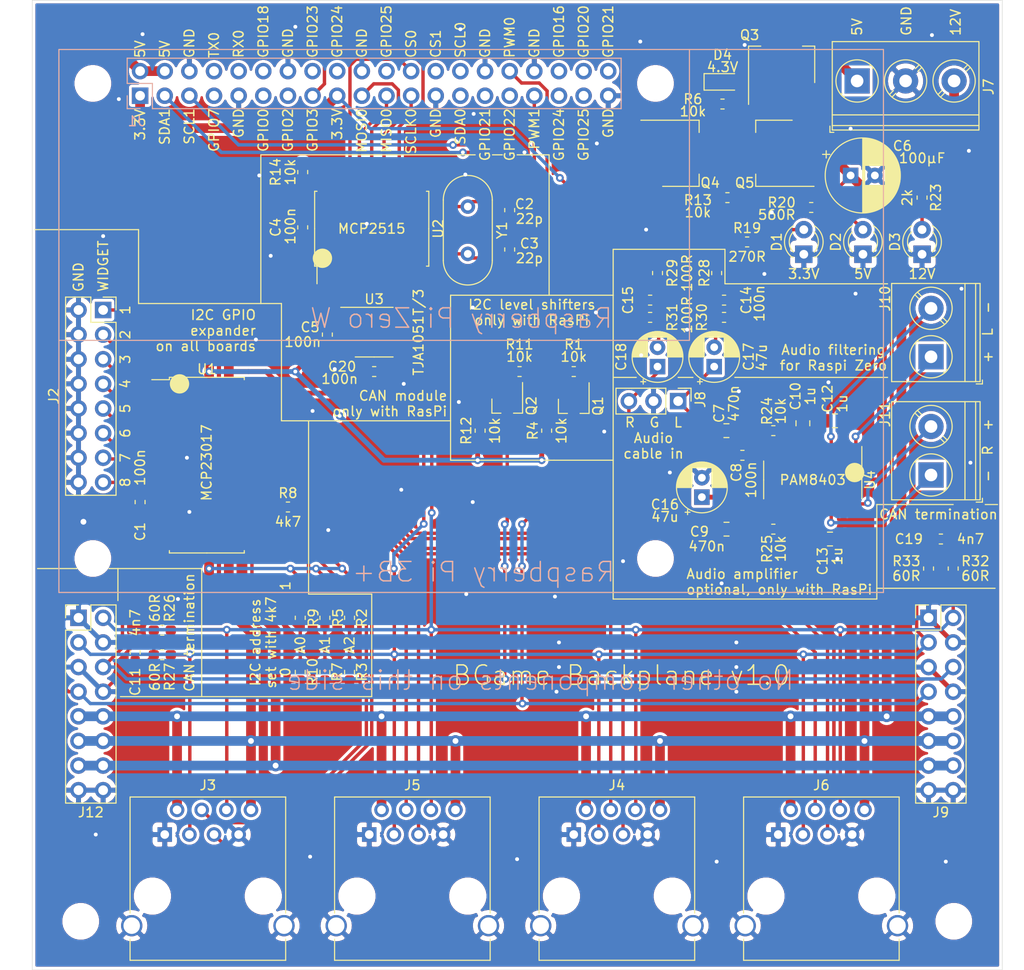
<source format=kicad_pcb>
(kicad_pcb (version 20171130) (host pcbnew "(5.1.6)-1")
  (layers (0 F.Cu signal) (31 B.Cu signal) (34 B.Paste user) (35 F.Paste user) (36 B.SilkS user) (37 F.SilkS user) (38 B.Mask user) (39 F.Mask user) (44 Edge.Cuts user))
  (net 0 "")
  (net 1 GND)
  (net 2 +3V3)
  (net 3 VCC)
  (net 4 AUDIO_L)
  (net 5 "Net-(C8-Pad1)")
  (net 6 "Net-(C9-Pad1)")
  (net 7 "Net-(C11-Pad1)")
  (net 8 AUDIO_R)
  (net 9 "Net-(C14-Pad1)")
  (net 10 "Net-(D1-Pad2)")
  (net 11 "Net-(D2-Pad2)")
  (net 12 /SPKR_L-)
  (net 13 /SPKR_L+)
  (net 14 CAN_CS)
  (net 15 CAN_SCLK)
  (net 16 CAN_MISO)
  (net 17 CAN_MOSI)
  (net 18 CAN_INT)
  (net 19 "Net-(J2-Pad13)")
  (net 20 "Net-(J2-Pad11)")
  (net 21 "Net-(J2-Pad7)")
  (net 22 SCL_3V3)
  (net 23 SDA_3V3)
  (net 24 /SPKR_R+)
  (net 25 /SPKR_R-)
  (net 26 +12V)
  (net 27 MODULE_ENABLE_0)
  (net 28 MODULE_READY_0)
  (net 29 CAN_H)
  (net 30 CAN_L)
  (net 31 MODULE_ENABLE_1)
  (net 32 MODULE_READY_1)
  (net 33 SCL)
  (net 34 SDA)
  (net 35 MODULE_ENABLE_2)
  (net 36 MODULE_READY_2)
  (net 37 MODULE_ENABLE_3)
  (net 38 MODULE_READY_3)
  (net 39 "Net-(Q3-Pad3)")
  (net 40 "Net-(R8-Pad1)")
  (net 41 "Net-(U2-Pad11)")
  (net 42 "Net-(U2-Pad10)")
  (net 43 "Net-(U2-Pad6)")
  (net 44 "Net-(U2-Pad5)")
  (net 45 "Net-(U2-Pad4)")
  (net 46 "Net-(U2-Pad3)")
  (net 47 MCP23017_INT)
  (net 48 "Net-(C7-Pad1)")
  (net 49 "Net-(D3-Pad2)")
  (net 50 /GPIO_A2)
  (net 51 /GPIO_A1)
  (net 52 /GPIO_A0)
  (net 53 "Net-(C2-Pad1)")
  (net 54 "Net-(C3-Pad1)")
  (net 55 "Net-(C15-Pad1)")
  (net 56 "Net-(C19-Pad1)")
  (net 57 "Net-(J1-Pad40)")
  (net 58 "Net-(J1-Pad38)")
  (net 59 "Net-(J1-Pad37)")
  (net 60 "Net-(J1-Pad36)")
  (net 61 "Net-(J1-Pad35)")
  (net 62 PWM1)
  (net 63 PWM0)
  (net 64 "Net-(J1-Pad31)")
  (net 65 "Net-(J1-Pad29)")
  (net 66 "Net-(J1-Pad28)")
  (net 67 "Net-(J1-Pad27)")
  (net 68 "Net-(J1-Pad26)")
  (net 69 "Net-(J1-Pad22)")
  (net 70 "Net-(J1-Pad18)")
  (net 71 "Net-(J1-Pad16)")
  (net 72 "Net-(J1-Pad13)")
  (net 73 "Net-(J1-Pad12)")
  (net 74 "Net-(J1-Pad11)")
  (net 75 "Net-(J1-Pad10)")
  (net 76 "Net-(J1-Pad8)")
  (net 77 "Net-(J1-Pad7)")
  (net 78 "Net-(J2-Pad15)")
  (net 79 "Net-(J2-Pad9)")
  (net 80 "Net-(J2-Pad5)")
  (net 81 "Net-(J2-Pad3)")
  (net 82 "Net-(J2-Pad1)")
  (net 83 "Net-(Q4-Pad2)")
  (net 84 "Net-(R14-Pad2)")
  (net 85 "Net-(R24-Pad1)")
  (net 86 "Net-(R25-Pad1)")
  (net 87 "Net-(U1-Pad19)")
  (net 88 "Net-(U1-Pad14)")
  (net 89 "Net-(U1-Pad11)")
  (net 90 "Net-(U4-Pad12)")
  (net 91 "Net-(U4-Pad5)")
  (net 92 "Net-(U2-Pad2)")
  (net 93 "Net-(U2-Pad1)")
  (net 94 "Net-(D4-Pad1)")
  (net 95 +5V)
  (module Resistor_SMD:R_0603_1608Metric_Pad1.05x0.95mm_HandSolder (layer F.Cu) (at 123.698 74.93)
    (fp_text reference R19 (at 0 -1.43) (layer F.SilkS))
    (fp_text value 270R)
    (pad 2 smd roundrect (at 0.875 0) (size 1.05 0.95) (layers F.Cu F.Paste F.Mask) (net 10 "Net-(D1-Pad2)"))
    (pad 1 smd roundrect (at -0.875 0) (size 1.05 0.95) (layers F.Cu F.Paste F.Mask) (net 2 +3V3))
  )
  (module Diode_SMD:D_SOD-323_HandSoldering (layer F.Cu) (at 121.158 58.42)
    (fp_text reference D4 (at 0 -2.794) (layer F.SilkS))
    (fp_text value BZX384-4V3)
    (pad 2 smd rect (at 1.25 0) (size 1 1) (layers F.Cu F.Paste F.Mask) (net 1 GND))
    (pad 1 smd rect (at -1.25 0) (size 1 1) (layers F.Cu F.Paste F.Mask) (net 94 "Net-(D4-Pad1)"))
  )
  (module Package_TO_SOT_SMD:SOT-223-3_TabPin2 (layer F.Cu) (at 127.254 56.642 90)
    (fp_text reference Q3 (at 3.048 -3.302 180) (layer F.SilkS))
    (fp_text value ZXMP4A16G)
    (pad 1 smd rect (at -3.15 -2.3 90) (size 2 1.5) (layers F.Cu F.Paste F.Mask) (net 1 GND))
    (pad 3 smd rect (at -3.15 2.3 90) (size 2 1.5) (layers F.Cu F.Paste F.Mask) (net 39 "Net-(Q3-Pad3)"))
    (pad 2 smd rect (at -3.15 0 90) (size 2 1.5) (layers F.Cu F.Paste F.Mask) (net 95 +5V))
    (pad 2 smd rect (at 3.15 0 90) (size 2 3.8) (layers F.Cu F.Paste F.Mask) (net 95 +5V))
  )
  (module Package_TO_SOT_SMD:SOT-223-3_TabPin2 (layer F.Cu) (at 116.84 65.786)
    (fp_text reference Q4 (at 3.048 3.048) (layer F.SilkS))
    (fp_text value ZXMP4A16G)
    (pad 1 smd rect (at -3.15 -2.3) (size 2 1.5) (layers F.Cu F.Paste F.Mask) (net 94 "Net-(D4-Pad1)"))
    (pad 3 smd rect (at -3.15 2.3) (size 2 1.5) (layers F.Cu F.Paste F.Mask) (net 39 "Net-(Q3-Pad3)"))
    (pad 2 smd rect (at -3.15 0) (size 2 1.5) (layers F.Cu F.Paste F.Mask) (net 83 "Net-(Q4-Pad2)"))
    (pad 2 smd rect (at 3.15 0) (size 2 3.8) (layers F.Cu F.Paste F.Mask) (net 83 "Net-(Q4-Pad2)"))
  )
  (module Package_TO_SOT_SMD:SOT-223-3_TabPin2 (layer F.Cu) (at 126.492 65.786 180)
    (fp_text reference Q5 (at 3.048 -3.048) (layer F.SilkS))
    (fp_text value ZXMP4A16G)
    (pad 1 smd rect (at -3.15 -2.3 180) (size 2 1.5) (layers F.Cu F.Paste F.Mask) (net 83 "Net-(Q4-Pad2)"))
    (pad 3 smd rect (at -3.15 2.3 180) (size 2 1.5) (layers F.Cu F.Paste F.Mask) (net 39 "Net-(Q3-Pad3)"))
    (pad 2 smd rect (at -3.15 0 180) (size 2 1.5) (layers F.Cu F.Paste F.Mask) (net 3 VCC))
    (pad 2 smd rect (at 3.15 0 180) (size 2 3.8) (layers F.Cu F.Paste F.Mask) (net 3 VCC))
  )
  (module Resistor_SMD:R_0603_1608Metric_Pad1.05x0.95mm_HandSolder (layer F.Cu) (at 121.158 60.706 180)
    (fp_text reference R6 (at 3.048 0.508) (layer F.SilkS))
    (fp_text value 10k)
    (pad 2 smd roundrect (at 0.875 0 180) (size 1.05 0.95) (layers F.Cu F.Paste F.Mask) (net 94 "Net-(D4-Pad1)"))
    (pad 1 smd roundrect (at -0.875 0 180) (size 1.05 0.95) (layers F.Cu F.Paste F.Mask) (net 39 "Net-(Q3-Pad3)"))
  )
  (module Resistor_SMD:R_0603_1608Metric_Pad1.05x0.95mm_HandSolder (layer F.Cu) (at 121.666 70.358 180)
    (fp_text reference R13 (at 3.048 -0.254) (layer F.SilkS))
    (fp_text value 10k)
    (pad 2 smd roundrect (at 0.875 0 180) (size 1.05 0.95) (layers F.Cu F.Paste F.Mask) (net 1 GND))
    (pad 1 smd roundrect (at -0.875 0 180) (size 1.05 0.95) (layers F.Cu F.Paste F.Mask) (net 83 "Net-(Q4-Pad2)"))
  )
  (module MountingHole:MountingHole_3.2mm_M3 (layer F.Cu) (at 145 145)
    (fp_text reference REF** hide)
    (fp_text value MountingHole_3.2mm_M3 hide)
    (pad 1 np_thru_hole circle (at 0 0) (size 3.2 3.2) (drill 3.2) (layers *.Cu *.Mask))
  )
  (module MountingHole:MountingHole_3.2mm_M3 (layer F.Cu) (at 55 145)
    (fp_text reference REF** hide)
    (fp_text value MountingHole_3.2mm_M3 hide)
    (pad 1 np_thru_hole circle (at 0 0) (size 3.2 3.2) (drill 3.2) (layers *.Cu *.Mask))
  )
  (module MountingHole:MountingHole_3.2mm_M3 (layer F.Cu) (at 56.25 107.58)
    (fp_text reference REF** hide)
    (fp_text value MountingHole_3.2mm_M3 hide)
    (pad 1 np_thru_hole circle (at 0 0) (size 3.2 3.2) (drill 3.2) (layers *.Cu *.Mask))
  )
  (module MountingHole:MountingHole_3.2mm_M3 (layer F.Cu) (at 114.25 107.58)
    (fp_text reference REF** hide)
    (fp_text value MountingHole_3.2mm_M3 hide)
    (pad 1 np_thru_hole circle (at 0 0) (size 3.2 3.2) (drill 3.2) (layers *.Cu *.Mask))
  )
  (module MountingHole:MountingHole_3.2mm_M3 (layer F.Cu) (at 114.25 58.58)
    (fp_text reference REF** hide)
    (fp_text value MountingHole_3.2mm_M3 hide)
    (pad 1 np_thru_hole circle (at 0 0) (size 3.2 3.2) (drill 3.2) (layers *.Cu *.Mask))
  )
  (module MountingHole:MountingHole_3.2mm_M3 (layer F.Cu) (at 56.25 58.58)
    (fp_text reference REF** hide)
    (fp_text value MountingHole_3.2mm_M3 hide)
    (pad 1 np_thru_hole circle (at 0 0) (size 3.2 3.2) (drill 3.2) (layers *.Cu *.Mask))
  )
  (module Capacitor_SMD:C_0603_1608Metric_Pad1.05x0.95mm_HandSolder (layer F.Cu) (at 85.25 88.298 180)
    (fp_text reference C20 (at 3.302 0.508) (layer F.SilkS))
    (fp_text value 100n)
    (pad 2 smd roundrect (at 0.875 0 180) (size 1.05 0.95) (layers F.Cu F.Paste F.Mask) (net 1 GND))
    (pad 1 smd roundrect (at -0.875 0 180) (size 1.05 0.95) (layers F.Cu F.Paste F.Mask) (net 2 +3V3))
  )
  (module Resistor_SMD:R_0603_1608Metric_Pad1.05x0.95mm_HandSolder (layer F.Cu) (at 113.698 82.71 180)
    (fp_text reference R31 (at -2.286 0 90) (layer F.SilkS))
    (fp_text value 100R)
    (pad 1 smd roundrect (at -0.875 0 180) (size 1.05 0.95) (layers F.Cu F.Paste F.Mask) (net 55 "Net-(C15-Pad1)"))
    (pad 2 smd roundrect (at 0.875 0 180) (size 1.05 0.95) (layers F.Cu F.Paste F.Mask) (net 1 GND))
  )
  (module Resistor_SMD:R_0603_1608Metric_Pad1.05x0.95mm_HandSolder (layer F.Cu) (at 121.318 82.71)
    (fp_text reference R30 (at -2.286 0 90) (layer F.SilkS))
    (fp_text value 100R)
    (pad 2 smd roundrect (at 0.875 0) (size 1.05 0.95) (layers F.Cu F.Paste F.Mask) (net 1 GND))
    (pad 1 smd roundrect (at -0.875 0) (size 1.05 0.95) (layers F.Cu F.Paste F.Mask) (net 9 "Net-(C14-Pad1)"))
  )
  (module Resistor_SMD:R_0603_1608Metric_Pad1.05x0.95mm_HandSolder (layer F.Cu) (at 114.46 78.138 90)
    (fp_text reference R29 (at 0 1.524 90) (layer F.SilkS))
    (fp_text value 100R)
    (pad 2 smd roundrect (at 0.875 0 90) (size 1.05 0.95) (layers F.Cu F.Paste F.Mask) (net 62 PWM1))
    (pad 1 smd roundrect (at -0.875 0 90) (size 1.05 0.95) (layers F.Cu F.Paste F.Mask) (net 55 "Net-(C15-Pad1)"))
  )
  (module Resistor_SMD:R_0603_1608Metric_Pad1.05x0.95mm_HandSolder (layer F.Cu) (at 120.556 78.138 90)
    (fp_text reference R28 (at 0 -1.27 90) (layer F.SilkS))
    (fp_text value 100R)
    (pad 2 smd roundrect (at 0.875 0 90) (size 1.05 0.95) (layers F.Cu F.Paste F.Mask) (net 63 PWM0))
    (pad 1 smd roundrect (at -0.875 0 90) (size 1.05 0.95) (layers F.Cu F.Paste F.Mask) (net 9 "Net-(C14-Pad1)"))
  )
  (module Connector_PinHeader_2.54mm:PinHeader_1x03_P2.54mm_Vertical (layer F.Cu) (at 116.586 91.346 270)
    (fp_text reference J8 (at -0.16 -2.286 90) (layer F.SilkS))
    (fp_text value Conn_01x03)
    (pad 3 thru_hole oval (at 0 5.08 270) (size 1.7 1.7) (drill 1) (layers *.Cu *.Mask) (net 8 AUDIO_R))
    (pad 2 thru_hole oval (at 0 2.54 270) (size 1.7 1.7) (drill 1) (layers *.Cu *.Mask) (net 1 GND))
    (pad 1 thru_hole rect (at 0 0 270) (size 1.7 1.7) (drill 1) (layers *.Cu *.Mask) (net 4 AUDIO_L))
  )
  (module Capacitor_THT:CP_Radial_D5.0mm_P2.00mm (layer F.Cu) (at 114.46 87.79 90)
    (fp_text reference C18 (at 1 -3.75 90) (layer F.SilkS))
    (fp_text value 47u)
    (pad 2 thru_hole circle (at 2 0 90) (size 1.6 1.6) (drill 0.8) (layers *.Cu *.Mask) (net 55 "Net-(C15-Pad1)"))
    (pad 1 thru_hole rect (at 0 0 90) (size 1.6 1.6) (drill 0.8) (layers *.Cu *.Mask) (net 8 AUDIO_R))
  )
  (module Capacitor_THT:CP_Radial_D5.0mm_P2.00mm (layer F.Cu) (at 120.302 87.79 90)
    (fp_text reference C17 (at 1.016 3.556 90) (layer F.SilkS))
    (fp_text value 47u)
    (pad 2 thru_hole circle (at 2 0 90) (size 1.6 1.6) (drill 0.8) (layers *.Cu *.Mask) (net 9 "Net-(C14-Pad1)"))
    (pad 1 thru_hole rect (at 0 0 90) (size 1.6 1.6) (drill 0.8) (layers *.Cu *.Mask) (net 4 AUDIO_L))
  )
  (module Capacitor_SMD:C_0603_1608Metric_Pad1.05x0.95mm_HandSolder (layer F.Cu) (at 113.698 80.932 180)
    (fp_text reference C15 (at 2.286 0 90) (layer F.SilkS))
    (fp_text value 100n)
    (pad 2 smd roundrect (at 0.875 0 180) (size 1.05 0.95) (layers F.Cu F.Paste F.Mask) (net 1 GND))
    (pad 1 smd roundrect (at -0.875 0 180) (size 1.05 0.95) (layers F.Cu F.Paste F.Mask) (net 55 "Net-(C15-Pad1)"))
  )
  (module Capacitor_SMD:C_0603_1608Metric_Pad1.05x0.95mm_HandSolder (layer F.Cu) (at 121.318 80.932)
    (fp_text reference C14 (at 2.286 0 90) (layer F.SilkS))
    (fp_text value 100n)
    (pad 2 smd roundrect (at 0.875 0) (size 1.05 0.95) (layers F.Cu F.Paste F.Mask) (net 1 GND))
    (pad 1 smd roundrect (at -0.875 0) (size 1.05 0.95) (layers F.Cu F.Paste F.Mask) (net 9 "Net-(C14-Pad1)"))
  )
  (module RJ45_5224:RJ45_5224 (layer F.Cu) (at 126.906 136.05)
    (fp_text reference J6 (at 4.445 -5.08) (layer F.SilkS))
    (fp_text value RJ45)
    (pad 1 thru_hole rect (at 0 0) (size 1.5 1.5) (drill 0.89) (layers *.Cu *.Mask) (net 1 GND))
    (pad 3 thru_hole circle (at 2.54 0) (size 1.5 1.5) (drill 0.89) (layers *.Cu *.Mask) (net 30 CAN_L))
    (pad 5 thru_hole circle (at 5.08 0) (size 1.5 1.5) (drill 0.89) (layers *.Cu *.Mask) (net 37 MODULE_ENABLE_3))
    (pad 7 thru_hole circle (at 7.62 0) (size 1.5 1.5) (drill 0.89) (layers *.Cu *.Mask) (net 1 GND))
    (pad 2 thru_hole circle (at 1.27 -2.54) (size 1.5 1.5) (drill 0.89) (layers *.Cu *.Mask) (net 26 +12V))
    (pad 4 thru_hole circle (at 3.81 -2.54) (size 1.5 1.5) (drill 0.89) (layers *.Cu *.Mask) (net 38 MODULE_READY_3))
    (pad 6 thru_hole circle (at 6.35 -2.54) (size 1.5 1.5) (drill 0.89) (layers *.Cu *.Mask) (net 29 CAN_H))
    (pad 8 thru_hole circle (at 8.89 -2.54) (size 1.5 1.5) (drill 0.89) (layers *.Cu *.Mask) (net 3 VCC))
    (pad "" np_thru_hole circle (at -1.27 6.35) (size 3.25 3.25) (drill 3.25) (layers *.Cu *.Mask))
    (pad "" np_thru_hole circle (at 10.16 6.35) (size 3.25 3.25) (drill 3.25) (layers *.Cu *.Mask))
    (pad SH thru_hole circle (at 12.295 9.4) (size 2.2 2.2) (drill 1.7) (layers *.Cu *.Mask) (net 1 GND))
    (pad SH thru_hole circle (at -3.405 9.4) (size 2.2 2.2) (drill 1.7) (layers *.Cu *.Mask) (net 1 GND))
  )
  (module RJ45_5224:RJ45_5224 (layer F.Cu) (at 105.824 136.05)
    (fp_text reference J4 (at 4.445 -5.08) (layer F.SilkS))
    (fp_text value RJ45)
    (pad 1 thru_hole rect (at 0 0) (size 1.5 1.5) (drill 0.89) (layers *.Cu *.Mask) (net 1 GND))
    (pad 3 thru_hole circle (at 2.54 0) (size 1.5 1.5) (drill 0.89) (layers *.Cu *.Mask) (net 30 CAN_L))
    (pad 5 thru_hole circle (at 5.08 0) (size 1.5 1.5) (drill 0.89) (layers *.Cu *.Mask) (net 35 MODULE_ENABLE_2))
    (pad 7 thru_hole circle (at 7.62 0) (size 1.5 1.5) (drill 0.89) (layers *.Cu *.Mask) (net 1 GND))
    (pad 2 thru_hole circle (at 1.27 -2.54) (size 1.5 1.5) (drill 0.89) (layers *.Cu *.Mask) (net 26 +12V))
    (pad 4 thru_hole circle (at 3.81 -2.54) (size 1.5 1.5) (drill 0.89) (layers *.Cu *.Mask) (net 36 MODULE_READY_2))
    (pad 6 thru_hole circle (at 6.35 -2.54) (size 1.5 1.5) (drill 0.89) (layers *.Cu *.Mask) (net 29 CAN_H))
    (pad 8 thru_hole circle (at 8.89 -2.54) (size 1.5 1.5) (drill 0.89) (layers *.Cu *.Mask) (net 3 VCC))
    (pad "" np_thru_hole circle (at -1.27 6.35) (size 3.25 3.25) (drill 3.25) (layers *.Cu *.Mask))
    (pad "" np_thru_hole circle (at 10.16 6.35) (size 3.25 3.25) (drill 3.25) (layers *.Cu *.Mask))
    (pad SH thru_hole circle (at 12.295 9.4) (size 2.2 2.2) (drill 1.7) (layers *.Cu *.Mask) (net 1 GND))
    (pad SH thru_hole circle (at -3.405 9.4) (size 2.2 2.2) (drill 1.7) (layers *.Cu *.Mask) (net 1 GND))
  )
  (module RJ45_5224:RJ45_5224 (layer F.Cu) (at 84.742 136.05)
    (fp_text reference J5 (at 4.445 -5.08) (layer F.SilkS))
    (fp_text value RJ45)
    (pad 1 thru_hole rect (at 0 0) (size 1.5 1.5) (drill 0.89) (layers *.Cu *.Mask) (net 1 GND))
    (pad 3 thru_hole circle (at 2.54 0) (size 1.5 1.5) (drill 0.89) (layers *.Cu *.Mask) (net 30 CAN_L))
    (pad 5 thru_hole circle (at 5.08 0) (size 1.5 1.5) (drill 0.89) (layers *.Cu *.Mask) (net 31 MODULE_ENABLE_1))
    (pad 7 thru_hole circle (at 7.62 0) (size 1.5 1.5) (drill 0.89) (layers *.Cu *.Mask) (net 1 GND))
    (pad 2 thru_hole circle (at 1.27 -2.54) (size 1.5 1.5) (drill 0.89) (layers *.Cu *.Mask) (net 26 +12V))
    (pad 4 thru_hole circle (at 3.81 -2.54) (size 1.5 1.5) (drill 0.89) (layers *.Cu *.Mask) (net 32 MODULE_READY_1))
    (pad 6 thru_hole circle (at 6.35 -2.54) (size 1.5 1.5) (drill 0.89) (layers *.Cu *.Mask) (net 29 CAN_H))
    (pad 8 thru_hole circle (at 8.89 -2.54) (size 1.5 1.5) (drill 0.89) (layers *.Cu *.Mask) (net 3 VCC))
    (pad "" np_thru_hole circle (at -1.27 6.35) (size 3.25 3.25) (drill 3.25) (layers *.Cu *.Mask))
    (pad "" np_thru_hole circle (at 10.16 6.35) (size 3.25 3.25) (drill 3.25) (layers *.Cu *.Mask))
    (pad SH thru_hole circle (at 12.295 9.4) (size 2.2 2.2) (drill 1.7) (layers *.Cu *.Mask) (net 1 GND))
    (pad SH thru_hole circle (at -3.405 9.4) (size 2.2 2.2) (drill 1.7) (layers *.Cu *.Mask) (net 1 GND))
  )
  (module RJ45_5224:RJ45_5224 (layer F.Cu) (at 63.66 136.05)
    (fp_text reference J3 (at 4.445 -5.08) (layer F.SilkS))
    (fp_text value RJ45)
    (pad 1 thru_hole rect (at 0 0) (size 1.5 1.5) (drill 0.89) (layers *.Cu *.Mask) (net 1 GND))
    (pad 3 thru_hole circle (at 2.54 0) (size 1.5 1.5) (drill 0.89) (layers *.Cu *.Mask) (net 30 CAN_L))
    (pad 5 thru_hole circle (at 5.08 0) (size 1.5 1.5) (drill 0.89) (layers *.Cu *.Mask) (net 27 MODULE_ENABLE_0))
    (pad 7 thru_hole circle (at 7.62 0) (size 1.5 1.5) (drill 0.89) (layers *.Cu *.Mask) (net 1 GND))
    (pad 2 thru_hole circle (at 1.27 -2.54) (size 1.5 1.5) (drill 0.89) (layers *.Cu *.Mask) (net 26 +12V))
    (pad 4 thru_hole circle (at 3.81 -2.54) (size 1.5 1.5) (drill 0.89) (layers *.Cu *.Mask) (net 28 MODULE_READY_0))
    (pad 6 thru_hole circle (at 6.35 -2.54) (size 1.5 1.5) (drill 0.89) (layers *.Cu *.Mask) (net 29 CAN_H))
    (pad 8 thru_hole circle (at 8.89 -2.54) (size 1.5 1.5) (drill 0.89) (layers *.Cu *.Mask) (net 3 VCC))
    (pad "" np_thru_hole circle (at -1.27 6.35) (size 3.25 3.25) (drill 3.25) (layers *.Cu *.Mask))
    (pad "" np_thru_hole circle (at 10.16 6.35) (size 3.25 3.25) (drill 3.25) (layers *.Cu *.Mask))
    (pad SH thru_hole circle (at 12.295 9.4) (size 2.2 2.2) (drill 1.7) (layers *.Cu *.Mask) (net 1 GND))
    (pad SH thru_hole circle (at -3.405 9.4) (size 2.2 2.2) (drill 1.7) (layers *.Cu *.Mask) (net 1 GND))
  )
  (module Resistor_SMD:R_0603_1608Metric_Pad1.05x0.95mm_HandSolder (layer F.Cu) (at 105.824 88.298 180)
    (fp_text reference R1 (at 0 2.794) (layer F.SilkS))
    (fp_text value 10k)
    (pad 1 smd roundrect (at -0.875 0 180) (size 1.05 0.95) (layers F.Cu F.Paste F.Mask) (net 2 +3V3))
    (pad 2 smd roundrect (at 0.875 0 180) (size 1.05 0.95) (layers F.Cu F.Paste F.Mask) (net 22 SCL_3V3))
  )
  (module Capacitor_SMD:C_0603_1608Metric_Pad1.05x0.95mm_HandSolder (layer F.Cu) (at 61.12 101.76 270)
    (fp_text reference C1 (at 3.048 0 90) (layer F.SilkS))
    (fp_text value 100n)
    (pad 2 smd roundrect (at 0.875 0 270) (size 1.05 0.95) (layers F.Cu F.Paste F.Mask) (net 1 GND))
    (pad 1 smd roundrect (at -0.875 0 270) (size 1.05 0.95) (layers F.Cu F.Paste F.Mask) (net 3 VCC))
  )
  (module Capacitor_SMD:C_0805_2012Metric_Pad1.15x1.40mm_HandSolder (layer F.Cu) (at 129.446 93.632 90)
    (fp_text reference C10 (at 2.794 -0.762 90) (layer F.SilkS))
    (fp_text value 1u)
    (pad 2 smd roundrect (at 1.025 0 90) (size 1.15 1.4) (layers F.Cu F.Paste F.Mask) (roundrect_rratio 0.217391) (net 1 GND))
    (pad 1 smd roundrect (at -1.025 0 90) (size 1.15 1.4) (layers F.Cu F.Paste F.Mask) (roundrect_rratio 0.217391) (net 3 VCC))
  )
  (module Connector_PinSocket_2.54mm:PinSocket_2x08_P2.54mm_Vertical (layer F.Cu) (at 57.31 81.948)
    (fp_text reference J2 (at -5.08 8.89 90) (layer F.SilkS))
    (fp_text value Conn_02x08_Top_Bottom)
    (pad 16 thru_hole oval (at -2.54 17.78) (size 1.7 1.7) (drill 1) (layers *.Cu *.Mask) (net 1 GND))
    (pad 15 thru_hole oval (at 0 17.78) (size 1.7 1.7) (drill 1) (layers *.Cu *.Mask) (net 78 "Net-(J2-Pad15)"))
    (pad 14 thru_hole oval (at -2.54 15.24) (size 1.7 1.7) (drill 1) (layers *.Cu *.Mask) (net 1 GND))
    (pad 13 thru_hole oval (at 0 15.24) (size 1.7 1.7) (drill 1) (layers *.Cu *.Mask) (net 19 "Net-(J2-Pad13)"))
    (pad 12 thru_hole oval (at -2.54 12.7) (size 1.7 1.7) (drill 1) (layers *.Cu *.Mask) (net 1 GND))
    (pad 11 thru_hole oval (at 0 12.7) (size 1.7 1.7) (drill 1) (layers *.Cu *.Mask) (net 20 "Net-(J2-Pad11)"))
    (pad 10 thru_hole oval (at -2.54 10.16) (size 1.7 1.7) (drill 1) (layers *.Cu *.Mask) (net 1 GND))
    (pad 9 thru_hole oval (at 0 10.16) (size 1.7 1.7) (drill 1) (layers *.Cu *.Mask) (net 79 "Net-(J2-Pad9)"))
    (pad 8 thru_hole oval (at -2.54 7.62) (size 1.7 1.7) (drill 1) (layers *.Cu *.Mask) (net 1 GND))
    (pad 7 thru_hole oval (at 0 7.62) (size 1.7 1.7) (drill 1) (layers *.Cu *.Mask) (net 21 "Net-(J2-Pad7)"))
    (pad 6 thru_hole oval (at -2.54 5.08) (size 1.7 1.7) (drill 1) (layers *.Cu *.Mask) (net 1 GND))
    (pad 5 thru_hole oval (at 0 5.08) (size 1.7 1.7) (drill 1) (layers *.Cu *.Mask) (net 80 "Net-(J2-Pad5)"))
    (pad 4 thru_hole oval (at -2.54 2.54) (size 1.7 1.7) (drill 1) (layers *.Cu *.Mask) (net 1 GND))
    (pad 3 thru_hole oval (at 0 2.54) (size 1.7 1.7) (drill 1) (layers *.Cu *.Mask) (net 81 "Net-(J2-Pad3)"))
    (pad 2 thru_hole oval (at -2.54 0) (size 1.7 1.7) (drill 1) (layers *.Cu *.Mask) (net 1 GND))
    (pad 1 thru_hole rect (at 0 0) (size 1.7 1.7) (drill 1) (layers *.Cu *.Mask) (net 82 "Net-(J2-Pad1)"))
  )
  (module Crystal:Crystal_HC49-U_Vertical (layer F.Cu) (at 94.902 71.28 270)
    (fp_text reference Y1 (at 2.44 -3.525 90) (layer F.SilkS))
    (fp_text value 8MHz)
    (pad 2 thru_hole circle (at 4.88 0 270) (size 1.5 1.5) (drill 0.8) (layers *.Cu *.Mask) (net 54 "Net-(C3-Pad1)"))
    (pad 1 thru_hole circle (at 0 0 270) (size 1.5 1.5) (drill 0.8) (layers *.Cu *.Mask) (net 53 "Net-(C2-Pad1)"))
  )
  (module Package_SO:SOIC-28W_7.5x17.9mm_P1.27mm (layer F.Cu) (at 68 97.95)
    (fp_text reference U1 (at 0 -9.9) (layer F.SilkS))
    (fp_text value MCP23017_SO)
    (pad 28 smd roundrect (at 4.65 -8.255) (size 2.05 0.6) (layers F.Cu F.Paste F.Mask) (net 37 MODULE_ENABLE_3))
    (pad 27 smd roundrect (at 4.65 -6.985) (size 2.05 0.6) (layers F.Cu F.Paste F.Mask) (net 38 MODULE_READY_3))
    (pad 26 smd roundrect (at 4.65 -5.715) (size 2.05 0.6) (layers F.Cu F.Paste F.Mask) (net 35 MODULE_ENABLE_2))
    (pad 25 smd roundrect (at 4.65 -4.445) (size 2.05 0.6) (layers F.Cu F.Paste F.Mask) (net 36 MODULE_READY_2))
    (pad 24 smd roundrect (at 4.65 -3.175) (size 2.05 0.6) (layers F.Cu F.Paste F.Mask) (net 31 MODULE_ENABLE_1))
    (pad 23 smd roundrect (at 4.65 -1.905) (size 2.05 0.6) (layers F.Cu F.Paste F.Mask) (net 32 MODULE_READY_1))
    (pad 22 smd roundrect (at 4.65 -0.635) (size 2.05 0.6) (layers F.Cu F.Paste F.Mask) (net 27 MODULE_ENABLE_0))
    (pad 21 smd roundrect (at 4.65 0.635) (size 2.05 0.6) (layers F.Cu F.Paste F.Mask) (net 28 MODULE_READY_0))
    (pad 20 smd roundrect (at 4.65 1.905) (size 2.05 0.6) (layers F.Cu F.Paste F.Mask) (net 47 MCP23017_INT))
    (pad 19 smd roundrect (at 4.65 3.175) (size 2.05 0.6) (layers F.Cu F.Paste F.Mask) (net 87 "Net-(U1-Pad19)"))
    (pad 18 smd roundrect (at 4.65 4.445) (size 2.05 0.6) (layers F.Cu F.Paste F.Mask) (net 40 "Net-(R8-Pad1)"))
    (pad 17 smd roundrect (at 4.65 5.715) (size 2.05 0.6) (layers F.Cu F.Paste F.Mask) (net 50 /GPIO_A2))
    (pad 16 smd roundrect (at 4.65 6.985) (size 2.05 0.6) (layers F.Cu F.Paste F.Mask) (net 51 /GPIO_A1))
    (pad 15 smd roundrect (at 4.65 8.255) (size 2.05 0.6) (layers F.Cu F.Paste F.Mask) (net 52 /GPIO_A0))
    (pad 14 smd roundrect (at -4.65 8.255) (size 2.05 0.6) (layers F.Cu F.Paste F.Mask) (net 88 "Net-(U1-Pad14)"))
    (pad 13 smd roundrect (at -4.65 6.985) (size 2.05 0.6) (layers F.Cu F.Paste F.Mask) (net 34 SDA))
    (pad 12 smd roundrect (at -4.65 5.715) (size 2.05 0.6) (layers F.Cu F.Paste F.Mask) (net 33 SCL))
    (pad 11 smd roundrect (at -4.65 4.445) (size 2.05 0.6) (layers F.Cu F.Paste F.Mask) (net 89 "Net-(U1-Pad11)"))
    (pad 10 smd roundrect (at -4.65 3.175) (size 2.05 0.6) (layers F.Cu F.Paste F.Mask) (net 1 GND))
    (pad 9 smd roundrect (at -4.65 1.905) (size 2.05 0.6) (layers F.Cu F.Paste F.Mask) (net 3 VCC))
    (pad 8 smd roundrect (at -4.65 0.635) (size 2.05 0.6) (layers F.Cu F.Paste F.Mask) (net 78 "Net-(J2-Pad15)"))
    (pad 7 smd roundrect (at -4.65 -0.635) (size 2.05 0.6) (layers F.Cu F.Paste F.Mask) (net 19 "Net-(J2-Pad13)"))
    (pad 6 smd roundrect (at -4.65 -1.905) (size 2.05 0.6) (layers F.Cu F.Paste F.Mask) (net 20 "Net-(J2-Pad11)"))
    (pad 5 smd roundrect (at -4.65 -3.175) (size 2.05 0.6) (layers F.Cu F.Paste F.Mask) (net 79 "Net-(J2-Pad9)"))
    (pad 4 smd roundrect (at -4.65 -4.445) (size 2.05 0.6) (layers F.Cu F.Paste F.Mask) (net 21 "Net-(J2-Pad7)"))
    (pad 3 smd roundrect (at -4.65 -5.715) (size 2.05 0.6) (layers F.Cu F.Paste F.Mask) (net 80 "Net-(J2-Pad5)"))
    (pad 2 smd roundrect (at -4.65 -6.985) (size 2.05 0.6) (layers F.Cu F.Paste F.Mask) (net 81 "Net-(J2-Pad3)"))
    (pad 1 smd roundrect (at -4.65 -8.255) (size 2.05 0.6) (layers F.Cu F.Paste F.Mask) (net 82 "Net-(J2-Pad1)"))
  )
  (module Package_SO:SOIC-16_3.9x9.9mm_P1.27mm (layer F.Cu) (at 130.462 99.474 270)
    (fp_text reference U4 (at 0 -5.9 90) (layer F.SilkS))
    (fp_text value PAM8403)
    (pad 16 smd roundrect (at 2.475 -4.445 270) (size 1.95 0.6) (layers F.Cu F.Paste F.Mask) (net 24 /SPKR_R+))
    (pad 15 smd roundrect (at 2.475 -3.175 270) (size 1.95 0.6) (layers F.Cu F.Paste F.Mask) (net 1 GND))
    (pad 14 smd roundrect (at 2.475 -1.905 270) (size 1.95 0.6) (layers F.Cu F.Paste F.Mask) (net 25 /SPKR_R-))
    (pad 13 smd roundrect (at 2.475 -0.635 270) (size 1.95 0.6) (layers F.Cu F.Paste F.Mask) (net 3 VCC))
    (pad 12 smd roundrect (at 2.475 0.635 270) (size 1.95 0.6) (layers F.Cu F.Paste F.Mask) (net 90 "Net-(U4-Pad12)"))
    (pad 11 smd roundrect (at 2.475 1.905 270) (size 1.95 0.6) (layers F.Cu F.Paste F.Mask) (net 1 GND))
    (pad 10 smd roundrect (at 2.475 3.175 270) (size 1.95 0.6) (layers F.Cu F.Paste F.Mask) (net 86 "Net-(R25-Pad1)"))
    (pad 9 smd roundrect (at 2.475 4.445 270) (size 1.95 0.6) (layers F.Cu F.Paste F.Mask) (net 1 GND))
    (pad 8 smd roundrect (at -2.475 4.445 270) (size 1.95 0.6) (layers F.Cu F.Paste F.Mask) (net 5 "Net-(C8-Pad1)"))
    (pad 7 smd roundrect (at -2.475 3.175 270) (size 1.95 0.6) (layers F.Cu F.Paste F.Mask) (net 85 "Net-(R24-Pad1)"))
    (pad 6 smd roundrect (at -2.475 1.905 270) (size 1.95 0.6) (layers F.Cu F.Paste F.Mask) (net 3 VCC))
    (pad 5 smd roundrect (at -2.475 0.635 270) (size 1.95 0.6) (layers F.Cu F.Paste F.Mask) (net 91 "Net-(U4-Pad5)"))
    (pad 4 smd roundrect (at -2.475 -0.635 270) (size 1.95 0.6) (layers F.Cu F.Paste F.Mask) (net 3 VCC))
    (pad 3 smd roundrect (at -2.475 -1.905 270) (size 1.95 0.6) (layers F.Cu F.Paste F.Mask) (net 12 /SPKR_L-))
    (pad 2 smd roundrect (at -2.475 -3.175 270) (size 1.95 0.6) (layers F.Cu F.Paste F.Mask) (net 1 GND))
    (pad 1 smd roundrect (at -2.475 -4.445 270) (size 1.95 0.6) (layers F.Cu F.Paste F.Mask) (net 13 /SPKR_L+))
  )
  (module Package_SO:SOIC-18W_7.5x11.6mm_P1.27mm (layer F.Cu) (at 84.996 73.566 90)
    (fp_text reference U2 (at 0 6.858 90) (layer F.SilkS))
    (fp_text value MCP2515-xSO)
    (pad 18 smd roundrect (at 4.65 -5.08 90) (size 2.05 0.6) (layers F.Cu F.Paste F.Mask) (net 2 +3V3))
    (pad 17 smd roundrect (at 4.65 -3.81 90) (size 2.05 0.6) (layers F.Cu F.Paste F.Mask) (net 84 "Net-(R14-Pad2)"))
    (pad 16 smd roundrect (at 4.65 -2.54 90) (size 2.05 0.6) (layers F.Cu F.Paste F.Mask) (net 14 CAN_CS))
    (pad 15 smd roundrect (at 4.65 -1.27 90) (size 2.05 0.6) (layers F.Cu F.Paste F.Mask) (net 16 CAN_MISO))
    (pad 14 smd roundrect (at 4.65 0 90) (size 2.05 0.6) (layers F.Cu F.Paste F.Mask) (net 17 CAN_MOSI))
    (pad 13 smd roundrect (at 4.65 1.27 90) (size 2.05 0.6) (layers F.Cu F.Paste F.Mask) (net 15 CAN_SCLK))
    (pad 12 smd roundrect (at 4.65 2.54 90) (size 2.05 0.6) (layers F.Cu F.Paste F.Mask) (net 18 CAN_INT))
    (pad 11 smd roundrect (at 4.65 3.81 90) (size 2.05 0.6) (layers F.Cu F.Paste F.Mask) (net 41 "Net-(U2-Pad11)"))
    (pad 10 smd roundrect (at 4.65 5.08 90) (size 2.05 0.6) (layers F.Cu F.Paste F.Mask) (net 42 "Net-(U2-Pad10)"))
    (pad 9 smd roundrect (at -4.65 5.08 90) (size 2.05 0.6) (layers F.Cu F.Paste F.Mask) (net 1 GND))
    (pad 8 smd roundrect (at -4.65 3.81 90) (size 2.05 0.6) (layers F.Cu F.Paste F.Mask) (net 54 "Net-(C3-Pad1)"))
    (pad 7 smd roundrect (at -4.65 2.54 90) (size 2.05 0.6) (layers F.Cu F.Paste F.Mask) (net 53 "Net-(C2-Pad1)"))
    (pad 6 smd roundrect (at -4.65 1.27 90) (size 2.05 0.6) (layers F.Cu F.Paste F.Mask) (net 43 "Net-(U2-Pad6)"))
    (pad 5 smd roundrect (at -4.65 0 90) (size 2.05 0.6) (layers F.Cu F.Paste F.Mask) (net 44 "Net-(U2-Pad5)"))
    (pad 4 smd roundrect (at -4.65 -1.27 90) (size 2.05 0.6) (layers F.Cu F.Paste F.Mask) (net 45 "Net-(U2-Pad4)"))
    (pad 3 smd roundrect (at -4.65 -2.54 90) (size 2.05 0.6) (layers F.Cu F.Paste F.Mask) (net 46 "Net-(U2-Pad3)"))
    (pad 2 smd roundrect (at -4.65 -3.81 90) (size 2.05 0.6) (layers F.Cu F.Paste F.Mask) (net 92 "Net-(U2-Pad2)"))
    (pad 1 smd roundrect (at -4.65 -5.08 90) (size 2.05 0.6) (layers F.Cu F.Paste F.Mask) (net 93 "Net-(U2-Pad1)"))
  )
  (module Package_SO:SOIC-8_3.9x4.9mm_P1.27mm (layer F.Cu) (at 85.25 84.234)
    (fp_text reference U3 (at 0 -3.4) (layer F.SilkS))
    (fp_text value TJA1051T/3)
    (pad 8 smd roundrect (at 2.475 -1.905) (size 1.95 0.6) (layers F.Cu F.Paste F.Mask) (net 1 GND))
    (pad 7 smd roundrect (at 2.475 -0.635) (size 1.95 0.6) (layers F.Cu F.Paste F.Mask) (net 29 CAN_H))
    (pad 6 smd roundrect (at 2.475 0.635) (size 1.95 0.6) (layers F.Cu F.Paste F.Mask) (net 30 CAN_L))
    (pad 5 smd roundrect (at 2.475 1.905) (size 1.95 0.6) (layers F.Cu F.Paste F.Mask) (net 2 +3V3))
    (pad 4 smd roundrect (at -2.475 1.905) (size 1.95 0.6) (layers F.Cu F.Paste F.Mask) (net 92 "Net-(U2-Pad2)"))
    (pad 3 smd roundrect (at -2.475 0.635) (size 1.95 0.6) (layers F.Cu F.Paste F.Mask) (net 3 VCC))
    (pad 2 smd roundrect (at -2.475 -0.635) (size 1.95 0.6) (layers F.Cu F.Paste F.Mask) (net 1 GND))
    (pad 1 smd roundrect (at -2.475 -1.905) (size 1.95 0.6) (layers F.Cu F.Paste F.Mask) (net 93 "Net-(U2-Pad1)"))
  )
  (module Resistor_SMD:R_0603_1608Metric_Pad1.05x0.95mm_HandSolder (layer F.Cu) (at 77.63 119.286 270)
    (fp_text reference R10 (at 0 -1.27 270) (layer F.SilkS))
    (fp_text value 4K7)
    (pad 2 smd roundrect (at 0.875 0 270) (size 1.05 0.95) (layers F.Cu F.Paste F.Mask) (net 1 GND))
    (pad 1 smd roundrect (at -0.875 0 270) (size 1.05 0.95) (layers F.Cu F.Paste F.Mask) (net 52 /GPIO_A0))
  )
  (module Resistor_SMD:R_0603_1608Metric_Pad1.05x0.95mm_HandSolder (layer F.Cu) (at 77.63 113.698 90)
    (fp_text reference R9 (at 0 1.364 90) (layer F.SilkS))
    (fp_text value 4K7)
    (pad 2 smd roundrect (at 0.875 0 90) (size 1.05 0.95) (layers F.Cu F.Paste F.Mask) (net 3 VCC))
    (pad 1 smd roundrect (at -0.875 0 90) (size 1.05 0.95) (layers F.Cu F.Paste F.Mask) (net 52 /GPIO_A0))
  )
  (module Resistor_SMD:R_0603_1608Metric_Pad1.05x0.95mm_HandSolder (layer F.Cu) (at 80.17 119.286 270)
    (fp_text reference R7 (at 0 -1.27 270) (layer F.SilkS))
    (fp_text value 4K7)
    (pad 2 smd roundrect (at 0.875 0 270) (size 1.05 0.95) (layers F.Cu F.Paste F.Mask) (net 1 GND))
    (pad 1 smd roundrect (at -0.875 0 270) (size 1.05 0.95) (layers F.Cu F.Paste F.Mask) (net 51 /GPIO_A1))
  )
  (module Resistor_SMD:R_0603_1608Metric_Pad1.05x0.95mm_HandSolder (layer F.Cu) (at 80.17 113.698 90)
    (fp_text reference R5 (at 0 1.364 90) (layer F.SilkS))
    (fp_text value 4K7)
    (pad 2 smd roundrect (at 0.875 0 90) (size 1.05 0.95) (layers F.Cu F.Paste F.Mask) (net 3 VCC))
    (pad 1 smd roundrect (at -0.875 0 90) (size 1.05 0.95) (layers F.Cu F.Paste F.Mask) (net 51 /GPIO_A1))
  )
  (module Resistor_SMD:R_0603_1608Metric_Pad1.05x0.95mm_HandSolder (layer F.Cu) (at 82.71 119.286 270)
    (fp_text reference R3 (at 0 -1.27 270) (layer F.SilkS))
    (fp_text value 4K7)
    (pad 2 smd roundrect (at 0.875 0 270) (size 1.05 0.95) (layers F.Cu F.Paste F.Mask) (net 1 GND))
    (pad 1 smd roundrect (at -0.875 0 270) (size 1.05 0.95) (layers F.Cu F.Paste F.Mask) (net 50 /GPIO_A2))
  )
  (module Resistor_SMD:R_0603_1608Metric_Pad1.05x0.95mm_HandSolder (layer F.Cu) (at 82.71 113.698 90)
    (fp_text reference R2 (at 0 1.27 90) (layer F.SilkS))
    (fp_text value 4K7)
    (pad 2 smd roundrect (at 0.875 0 90) (size 1.05 0.95) (layers F.Cu F.Paste F.Mask) (net 3 VCC))
    (pad 1 smd roundrect (at -0.875 0 90) (size 1.05 0.95) (layers F.Cu F.Paste F.Mask) (net 50 /GPIO_A2))
  )
  (module Resistor_SMD:R_0603_1608Metric_Pad1.05x0.95mm_HandSolder (layer F.Cu) (at 76.36 102.268)
    (fp_text reference R8 (at 0 -1.43) (layer F.SilkS))
    (fp_text value 4K7)
    (pad 2 smd roundrect (at 0.875 0) (size 1.05 0.95) (layers F.Cu F.Paste F.Mask) (net 3 VCC))
    (pad 1 smd roundrect (at -0.875 0) (size 1.05 0.95) (layers F.Cu F.Paste F.Mask) (net 40 "Net-(R8-Pad1)"))
  )
  (module Resistor_SMD:R_0603_1608Metric_Pad1.05x0.95mm_HandSolder (layer F.Cu) (at 142.4 108.618 90)
    (fp_text reference R33 (at 0.762 -2.286 180) (layer F.SilkS))
    (fp_text value 60R)
    (pad 2 smd roundrect (at 0.875 0 90) (size 1.05 0.95) (layers F.Cu F.Paste F.Mask) (net 56 "Net-(C19-Pad1)"))
    (pad 1 smd roundrect (at -0.875 0 90) (size 1.05 0.95) (layers F.Cu F.Paste F.Mask) (net 30 CAN_L))
  )
  (module Resistor_SMD:R_0603_1608Metric_Pad1.05x0.95mm_HandSolder (layer F.Cu) (at 63.406 117.508 180)
    (fp_text reference R27 (at -0.762 -2.286 90) (layer F.SilkS))
    (fp_text value 60R)
    (pad 2 smd roundrect (at 0.875 0 180) (size 1.05 0.95) (layers F.Cu F.Paste F.Mask) (net 7 "Net-(C11-Pad1)"))
    (pad 1 smd roundrect (at -0.875 0 180) (size 1.05 0.95) (layers F.Cu F.Paste F.Mask) (net 30 CAN_L))
  )
  (module Resistor_SMD:R_0603_1608Metric_Pad1.05x0.95mm_HandSolder (layer F.Cu) (at 144.94 108.618 90)
    (fp_text reference R32 (at 0.762 2.286 180) (layer F.SilkS))
    (fp_text value 60R)
    (pad 2 smd roundrect (at 0.875 0 90) (size 1.05 0.95) (layers F.Cu F.Paste F.Mask) (net 56 "Net-(C19-Pad1)"))
    (pad 1 smd roundrect (at -0.875 0 90) (size 1.05 0.95) (layers F.Cu F.Paste F.Mask) (net 29 CAN_H))
  )
  (module Resistor_SMD:R_0603_1608Metric_Pad1.05x0.95mm_HandSolder (layer F.Cu) (at 63.406 114.968 180)
    (fp_text reference R26 (at -0.762 2.286 90) (layer F.SilkS))
    (fp_text value 60R)
    (pad 2 smd roundrect (at 0.875 0 180) (size 1.05 0.95) (layers F.Cu F.Paste F.Mask) (net 7 "Net-(C11-Pad1)"))
    (pad 1 smd roundrect (at -0.875 0 180) (size 1.05 0.95) (layers F.Cu F.Paste F.Mask) (net 29 CAN_H))
  )
  (module Resistor_SMD:R_0603_1608Metric_Pad1.05x0.95mm_HandSolder (layer F.Cu) (at 96.172 94.394 90)
    (fp_text reference R12 (at 0 -1.43 90) (layer F.SilkS))
    (fp_text value 10k)
    (pad 1 smd roundrect (at -0.875 0 90) (size 1.05 0.95) (layers F.Cu F.Paste F.Mask) (net 3 VCC))
    (pad 2 smd roundrect (at 0.875 0 90) (size 1.05 0.95) (layers F.Cu F.Paste F.Mask) (net 34 SDA))
  )
  (module Resistor_SMD:R_0603_1608Metric_Pad1.05x0.95mm_HandSolder (layer F.Cu) (at 100.236 88.298 180)
    (fp_text reference R11 (at 0 2.794) (layer F.SilkS))
    (fp_text value 10k)
    (pad 1 smd roundrect (at -0.875 0 180) (size 1.05 0.95) (layers F.Cu F.Paste F.Mask) (net 2 +3V3))
    (pad 2 smd roundrect (at 0.875 0 180) (size 1.05 0.95) (layers F.Cu F.Paste F.Mask) (net 23 SDA_3V3))
  )
  (module Resistor_SMD:R_0603_1608Metric_Pad1.05x0.95mm_HandSolder (layer F.Cu) (at 103.03 94.394 90)
    (fp_text reference R4 (at 0 -1.43 90) (layer F.SilkS))
    (fp_text value 10k)
    (pad 1 smd roundrect (at -0.875 0 90) (size 1.05 0.95) (layers F.Cu F.Paste F.Mask) (net 3 VCC))
    (pad 2 smd roundrect (at 0.875 0 90) (size 1.05 0.95) (layers F.Cu F.Paste F.Mask) (net 33 SCL))
  )
  (module Resistor_SMD:R_0603_1608Metric_Pad1.05x0.95mm_HandSolder (layer F.Cu) (at 141.732 70.358 270)
    (fp_text reference R23 (at 0 -1.43 90) (layer F.SilkS))
    (fp_text value 2k)
    (pad 2 smd roundrect (at 0.875 0 270) (size 1.05 0.95) (layers F.Cu F.Paste F.Mask) (net 49 "Net-(D3-Pad2)"))
    (pad 1 smd roundrect (at -0.875 0 270) (size 1.05 0.95) (layers F.Cu F.Paste F.Mask) (net 26 +12V))
  )
  (module Resistor_SMD:R_0603_1608Metric_Pad1.05x0.95mm_HandSolder (layer F.Cu) (at 130.302 71.374)
    (fp_text reference R20 (at -3.048 -0.508) (layer F.SilkS))
    (fp_text value 560R)
    (pad 2 smd roundrect (at 0.875 0) (size 1.05 0.95) (layers F.Cu F.Paste F.Mask) (net 11 "Net-(D2-Pad2)"))
    (pad 1 smd roundrect (at -0.875 0) (size 1.05 0.95) (layers F.Cu F.Paste F.Mask) (net 3 VCC))
  )
  (module Resistor_SMD:R_0603_1608Metric_Pad1.05x0.95mm_HandSolder (layer F.Cu) (at 77.884 67.724 90)
    (fp_text reference R14 (at 0 -2.794 90) (layer F.SilkS))
    (fp_text value 10k)
    (pad 2 smd roundrect (at 0.875 0 90) (size 1.05 0.95) (layers F.Cu F.Paste F.Mask) (net 84 "Net-(R14-Pad2)"))
    (pad 1 smd roundrect (at -0.875 0 90) (size 1.05 0.95) (layers F.Cu F.Paste F.Mask) (net 2 +3V3))
  )
  (module Resistor_SMD:R_0603_1608Metric_Pad1.05x0.95mm_HandSolder (layer F.Cu) (at 126.398 104.554 180)
    (fp_text reference R25 (at 0.649 -2.032 270) (layer F.SilkS))
    (fp_text value 10k)
    (pad 2 smd roundrect (at 0.875 0 180) (size 1.05 0.95) (layers F.Cu F.Paste F.Mask) (net 6 "Net-(C9-Pad1)"))
    (pad 1 smd roundrect (at -0.875 0 180) (size 1.05 0.95) (layers F.Cu F.Paste F.Mask) (net 86 "Net-(R25-Pad1)"))
  )
  (module Resistor_SMD:R_0603_1608Metric_Pad1.05x0.95mm_HandSolder (layer F.Cu) (at 126.398 94.394 180)
    (fp_text reference R24 (at 0.649 2.032 270) (layer F.SilkS))
    (fp_text value 10k)
    (pad 1 smd roundrect (at -0.875 0 180) (size 1.05 0.95) (layers F.Cu F.Paste F.Mask) (net 85 "Net-(R24-Pad1)"))
    (pad 2 smd roundrect (at 0.875 0 180) (size 1.05 0.95) (layers F.Cu F.Paste F.Mask) (net 48 "Net-(C7-Pad1)"))
  )
  (module Package_TO_SOT_SMD:SOT-23_Handsoldering (layer F.Cu) (at 98.966 91.83 270)
    (fp_text reference Q2 (at 0 -2.5 90) (layer F.SilkS))
    (fp_text value Q_NMOS_GSD)
    (pad 1 smd rect (at -1.5 -0.95 270) (size 1.9 0.8) (layers F.Cu F.Paste F.Mask) (net 2 +3V3))
    (pad 2 smd rect (at -1.5 0.95 270) (size 1.9 0.8) (layers F.Cu F.Paste F.Mask) (net 23 SDA_3V3))
    (pad 3 smd rect (at 1.5 0 270) (size 1.9 0.8) (layers F.Cu F.Paste F.Mask) (net 34 SDA))
  )
  (module Package_TO_SOT_SMD:SOT-23_Handsoldering (layer F.Cu) (at 105.824 91.854 270)
    (fp_text reference Q1 (at 0 -2.5 90) (layer F.SilkS))
    (fp_text value Q_NMOS_GSD)
    (pad 1 smd rect (at -1.5 -0.95 270) (size 1.9 0.8) (layers F.Cu F.Paste F.Mask) (net 2 +3V3))
    (pad 2 smd rect (at -1.5 0.95 270) (size 1.9 0.8) (layers F.Cu F.Paste F.Mask) (net 22 SCL_3V3))
    (pad 3 smd rect (at 1.5 0 270) (size 1.9 0.8) (layers F.Cu F.Paste F.Mask) (net 33 SCL))
  )
  (module Connector_PinHeader_2.54mm:PinHeader_2x08_P2.54mm_Vertical (layer F.Cu) (at 54.77 113.698)
    (fp_text reference J12 (at 1.27 20.066) (layer F.SilkS))
    (fp_text value Conn_02x08_Odd_Even)
    (pad 16 thru_hole oval (at 2.54 17.78) (size 1.7 1.7) (drill 1) (layers *.Cu *.Mask) (net 1 GND))
    (pad 15 thru_hole oval (at 0 17.78) (size 1.7 1.7) (drill 1) (layers *.Cu *.Mask) (net 1 GND))
    (pad 14 thru_hole oval (at 2.54 15.24) (size 1.7 1.7) (drill 1) (layers *.Cu *.Mask) (net 2 +3V3))
    (pad 13 thru_hole oval (at 0 15.24) (size 1.7 1.7) (drill 1) (layers *.Cu *.Mask) (net 2 +3V3))
    (pad 12 thru_hole oval (at 2.54 12.7) (size 1.7 1.7) (drill 1) (layers *.Cu *.Mask) (net 3 VCC))
    (pad 11 thru_hole oval (at 0 12.7) (size 1.7 1.7) (drill 1) (layers *.Cu *.Mask) (net 3 VCC))
    (pad 10 thru_hole oval (at 2.54 10.16) (size 1.7 1.7) (drill 1) (layers *.Cu *.Mask) (net 26 +12V))
    (pad 9 thru_hole oval (at 0 10.16) (size 1.7 1.7) (drill 1) (layers *.Cu *.Mask) (net 26 +12V))
    (pad 8 thru_hole oval (at 2.54 7.62) (size 1.7 1.7) (drill 1) (layers *.Cu *.Mask) (net 1 GND))
    (pad 7 thru_hole oval (at 0 7.62) (size 1.7 1.7) (drill 1) (layers *.Cu *.Mask) (net 33 SCL))
    (pad 6 thru_hole oval (at 2.54 5.08) (size 1.7 1.7) (drill 1) (layers *.Cu *.Mask) (net 34 SDA))
    (pad 5 thru_hole oval (at 0 5.08) (size 1.7 1.7) (drill 1) (layers *.Cu *.Mask) (net 1 GND))
    (pad 4 thru_hole oval (at 2.54 2.54) (size 1.7 1.7) (drill 1) (layers *.Cu *.Mask) (net 1 GND))
    (pad 3 thru_hole oval (at 0 2.54) (size 1.7 1.7) (drill 1) (layers *.Cu *.Mask) (net 30 CAN_L))
    (pad 2 thru_hole oval (at 2.54 0) (size 1.7 1.7) (drill 1) (layers *.Cu *.Mask) (net 29 CAN_H))
    (pad 1 thru_hole rect (at 0 0) (size 1.7 1.7) (drill 1) (layers *.Cu *.Mask) (net 1 GND))
  )
  (module Connector_PinHeader_2.54mm:PinHeader_2x08_P2.54mm_Vertical (layer F.Cu) (at 142.4 113.698)
    (fp_text reference J9 (at 1.27 20.066) (layer F.SilkS))
    (fp_text value Conn_02x08_Odd_Even)
    (pad 16 thru_hole oval (at 2.54 17.78) (size 1.7 1.7) (drill 1) (layers *.Cu *.Mask) (net 1 GND))
    (pad 15 thru_hole oval (at 0 17.78) (size 1.7 1.7) (drill 1) (layers *.Cu *.Mask) (net 1 GND))
    (pad 14 thru_hole oval (at 2.54 15.24) (size 1.7 1.7) (drill 1) (layers *.Cu *.Mask) (net 2 +3V3))
    (pad 13 thru_hole oval (at 0 15.24) (size 1.7 1.7) (drill 1) (layers *.Cu *.Mask) (net 2 +3V3))
    (pad 12 thru_hole oval (at 2.54 12.7) (size 1.7 1.7) (drill 1) (layers *.Cu *.Mask) (net 3 VCC))
    (pad 11 thru_hole oval (at 0 12.7) (size 1.7 1.7) (drill 1) (layers *.Cu *.Mask) (net 3 VCC))
    (pad 10 thru_hole oval (at 2.54 10.16) (size 1.7 1.7) (drill 1) (layers *.Cu *.Mask) (net 26 +12V))
    (pad 9 thru_hole oval (at 0 10.16) (size 1.7 1.7) (drill 1) (layers *.Cu *.Mask) (net 26 +12V))
    (pad 8 thru_hole oval (at 2.54 7.62) (size 1.7 1.7) (drill 1) (layers *.Cu *.Mask) (net 1 GND))
    (pad 7 thru_hole oval (at 0 7.62) (size 1.7 1.7) (drill 1) (layers *.Cu *.Mask) (net 33 SCL))
    (pad 6 thru_hole oval (at 2.54 5.08) (size 1.7 1.7) (drill 1) (layers *.Cu *.Mask) (net 34 SDA))
    (pad 5 thru_hole oval (at 0 5.08) (size 1.7 1.7) (drill 1) (layers *.Cu *.Mask) (net 1 GND))
    (pad 4 thru_hole oval (at 2.54 2.54) (size 1.7 1.7) (drill 1) (layers *.Cu *.Mask) (net 1 GND))
    (pad 3 thru_hole oval (at 0 2.54) (size 1.7 1.7) (drill 1) (layers *.Cu *.Mask) (net 30 CAN_L))
    (pad 2 thru_hole oval (at 2.54 0) (size 1.7 1.7) (drill 1) (layers *.Cu *.Mask) (net 29 CAN_H))
    (pad 1 thru_hole rect (at 0 0) (size 1.7 1.7) (drill 1) (layers *.Cu *.Mask) (net 1 GND))
  )
  (module TerminalBlock_Phoenix:TerminalBlock_Phoenix_PT-1,5-3-5.0-H_1x03_P5.00mm_Horizontal (layer F.Cu) (at 135.034 58.326)
    (fp_text reference J7 (at 13.556 0.602 270) (layer F.SilkS))
    (fp_text value Screw_Terminal_01x03)
    (pad 3 thru_hole circle (at 10 0) (size 2.6 2.6) (drill 1.3) (layers *.Cu *.Mask) (net 26 +12V))
    (pad 2 thru_hole circle (at 5 0) (size 2.6 2.6) (drill 1.3) (layers *.Cu *.Mask) (net 1 GND))
    (pad 1 thru_hole rect (at 0 0) (size 2.6 2.6) (drill 1.3) (layers *.Cu *.Mask) (net 95 +5V))
  )
  (module TerminalBlock_Phoenix:TerminalBlock_Phoenix_PT-1,5-2-5.0-H_1x02_P5.00mm_Horizontal (layer F.Cu) (at 142.654 98.966 90)
    (fp_text reference J11 (at 6.256 -4.732 270) (layer F.SilkS))
    (fp_text value Screw_Terminal_01x02)
    (pad 2 thru_hole circle (at 5 0 90) (size 2.6 2.6) (drill 1.3) (layers *.Cu *.Mask) (net 24 /SPKR_R+))
    (pad 1 thru_hole rect (at 0 0 90) (size 2.6 2.6) (drill 1.3) (layers *.Cu *.Mask) (net 25 /SPKR_R-))
  )
  (module Connector_PinSocket_2.54mm:PinSocket_2x20_P2.54mm_Vertical (layer B.Cu) (at 61.12 59.85 270)
    (fp_text reference J1 (at 2.634 0.414 180) (layer B.SilkS) (effects (justify mirror)))
    (fp_text value Raspberry_Pi_2_3)
    (pad 40 thru_hole oval (at -2.54 -48.26 270) (size 1.7 1.7) (drill 1) (layers *.Cu *.Mask) (net 57 "Net-(J1-Pad40)"))
    (pad 39 thru_hole oval (at 0 -48.26 270) (size 1.7 1.7) (drill 1) (layers *.Cu *.Mask) (net 1 GND))
    (pad 38 thru_hole oval (at -2.54 -45.72 270) (size 1.7 1.7) (drill 1) (layers *.Cu *.Mask) (net 58 "Net-(J1-Pad38)"))
    (pad 37 thru_hole oval (at 0 -45.72 270) (size 1.7 1.7) (drill 1) (layers *.Cu *.Mask) (net 59 "Net-(J1-Pad37)"))
    (pad 36 thru_hole oval (at -2.54 -43.18 270) (size 1.7 1.7) (drill 1) (layers *.Cu *.Mask) (net 60 "Net-(J1-Pad36)"))
    (pad 35 thru_hole oval (at 0 -43.18 270) (size 1.7 1.7) (drill 1) (layers *.Cu *.Mask) (net 61 "Net-(J1-Pad35)"))
    (pad 34 thru_hole oval (at -2.54 -40.64 270) (size 1.7 1.7) (drill 1) (layers *.Cu *.Mask) (net 1 GND))
    (pad 33 thru_hole oval (at 0 -40.64 270) (size 1.7 1.7) (drill 1) (layers *.Cu *.Mask) (net 62 PWM1))
    (pad 32 thru_hole oval (at -2.54 -38.1 270) (size 1.7 1.7) (drill 1) (layers *.Cu *.Mask) (net 63 PWM0))
    (pad 31 thru_hole oval (at 0 -38.1 270) (size 1.7 1.7) (drill 1) (layers *.Cu *.Mask) (net 64 "Net-(J1-Pad31)"))
    (pad 30 thru_hole oval (at -2.54 -35.56 270) (size 1.7 1.7) (drill 1) (layers *.Cu *.Mask) (net 1 GND))
    (pad 29 thru_hole oval (at 0 -35.56 270) (size 1.7 1.7) (drill 1) (layers *.Cu *.Mask) (net 65 "Net-(J1-Pad29)"))
    (pad 28 thru_hole oval (at -2.54 -33.02 270) (size 1.7 1.7) (drill 1) (layers *.Cu *.Mask) (net 66 "Net-(J1-Pad28)"))
    (pad 27 thru_hole oval (at 0 -33.02 270) (size 1.7 1.7) (drill 1) (layers *.Cu *.Mask) (net 67 "Net-(J1-Pad27)"))
    (pad 26 thru_hole oval (at -2.54 -30.48 270) (size 1.7 1.7) (drill 1) (layers *.Cu *.Mask) (net 68 "Net-(J1-Pad26)"))
    (pad 25 thru_hole oval (at 0 -30.48 270) (size 1.7 1.7) (drill 1) (layers *.Cu *.Mask) (net 1 GND))
    (pad 24 thru_hole oval (at -2.54 -27.94 270) (size 1.7 1.7) (drill 1) (layers *.Cu *.Mask) (net 14 CAN_CS))
    (pad 23 thru_hole oval (at 0 -27.94 270) (size 1.7 1.7) (drill 1) (layers *.Cu *.Mask) (net 15 CAN_SCLK))
    (pad 22 thru_hole oval (at -2.54 -25.4 270) (size 1.7 1.7) (drill 1) (layers *.Cu *.Mask) (net 69 "Net-(J1-Pad22)"))
    (pad 21 thru_hole oval (at 0 -25.4 270) (size 1.7 1.7) (drill 1) (layers *.Cu *.Mask) (net 16 CAN_MISO))
    (pad 20 thru_hole oval (at -2.54 -22.86 270) (size 1.7 1.7) (drill 1) (layers *.Cu *.Mask) (net 1 GND))
    (pad 19 thru_hole oval (at 0 -22.86 270) (size 1.7 1.7) (drill 1) (layers *.Cu *.Mask) (net 17 CAN_MOSI))
    (pad 18 thru_hole oval (at -2.54 -20.32 270) (size 1.7 1.7) (drill 1) (layers *.Cu *.Mask) (net 70 "Net-(J1-Pad18)"))
    (pad 17 thru_hole oval (at 0 -20.32 270) (size 1.7 1.7) (drill 1) (layers *.Cu *.Mask) (net 2 +3V3))
    (pad 16 thru_hole oval (at -2.54 -17.78 270) (size 1.7 1.7) (drill 1) (layers *.Cu *.Mask) (net 71 "Net-(J1-Pad16)"))
    (pad 15 thru_hole oval (at 0 -17.78 270) (size 1.7 1.7) (drill 1) (layers *.Cu *.Mask) (net 18 CAN_INT))
    (pad 14 thru_hole oval (at -2.54 -15.24 270) (size 1.7 1.7) (drill 1) (layers *.Cu *.Mask) (net 1 GND))
    (pad 13 thru_hole oval (at 0 -15.24 270) (size 1.7 1.7) (drill 1) (layers *.Cu *.Mask) (net 72 "Net-(J1-Pad13)"))
    (pad 12 thru_hole oval (at -2.54 -12.7 270) (size 1.7 1.7) (drill 1) (layers *.Cu *.Mask) (net 73 "Net-(J1-Pad12)"))
    (pad 11 thru_hole oval (at 0 -12.7 270) (size 1.7 1.7) (drill 1) (layers *.Cu *.Mask) (net 74 "Net-(J1-Pad11)"))
    (pad 10 thru_hole oval (at -2.54 -10.16 270) (size 1.7 1.7) (drill 1) (layers *.Cu *.Mask) (net 75 "Net-(J1-Pad10)"))
    (pad 9 thru_hole oval (at 0 -10.16 270) (size 1.7 1.7) (drill 1) (layers *.Cu *.Mask) (net 1 GND))
    (pad 8 thru_hole oval (at -2.54 -7.62 270) (size 1.7 1.7) (drill 1) (layers *.Cu *.Mask) (net 76 "Net-(J1-Pad8)"))
    (pad 7 thru_hole oval (at 0 -7.62 270) (size 1.7 1.7) (drill 1) (layers *.Cu *.Mask) (net 77 "Net-(J1-Pad7)"))
    (pad 6 thru_hole oval (at -2.54 -5.08 270) (size 1.7 1.7) (drill 1) (layers *.Cu *.Mask) (net 1 GND))
    (pad 5 thru_hole oval (at 0 -5.08 270) (size 1.7 1.7) (drill 1) (layers *.Cu *.Mask) (net 22 SCL_3V3))
    (pad 4 thru_hole oval (at -2.54 -2.54 270) (size 1.7 1.7) (drill 1) (layers *.Cu *.Mask) (net 3 VCC))
    (pad 3 thru_hole oval (at 0 -2.54 270) (size 1.7 1.7) (drill 1) (layers *.Cu *.Mask) (net 23 SDA_3V3))
    (pad 2 thru_hole oval (at -2.54 0 270) (size 1.7 1.7) (drill 1) (layers *.Cu *.Mask) (net 3 VCC))
    (pad 1 thru_hole rect (at 0 0 270) (size 1.7 1.7) (drill 1) (layers *.Cu *.Mask) (net 2 +3V3))
  )
  (module TerminalBlock_Phoenix:TerminalBlock_Phoenix_PT-1,5-2-5.0-H_1x02_P5.00mm_Horizontal (layer F.Cu) (at 142.654 86.774 90)
    (fp_text reference J10 (at 6.002 -4.732 270) (layer F.SilkS))
    (fp_text value Screw_Terminal_01x02)
    (pad 2 thru_hole circle (at 5 0 90) (size 2.6 2.6) (drill 1.3) (layers *.Cu *.Mask) (net 12 /SPKR_L-))
    (pad 1 thru_hole rect (at 0 0 90) (size 2.6 2.6) (drill 1.3) (layers *.Cu *.Mask) (net 13 /SPKR_L+))
  )
  (module LED_THT:LED_D3.0mm (layer F.Cu) (at 141.732 76.2 90)
    (fp_text reference D3 (at 1.27 -2.794 90) (layer F.SilkS))
    (fp_text value LED)
    (pad 2 thru_hole circle (at 2.54 0 90) (size 1.8 1.8) (drill 0.9) (layers *.Cu *.Mask) (net 49 "Net-(D3-Pad2)"))
    (pad 1 thru_hole rect (at 0 0 90) (size 1.8 1.8) (drill 0.9) (layers *.Cu *.Mask) (net 1 GND))
  )
  (module LED_THT:LED_D3.0mm (layer F.Cu) (at 135.636 76.2 90)
    (fp_text reference D2 (at 1.27 -2.794 90) (layer F.SilkS))
    (fp_text value LED)
    (pad 2 thru_hole circle (at 2.54 0 90) (size 1.8 1.8) (drill 0.9) (layers *.Cu *.Mask) (net 11 "Net-(D2-Pad2)"))
    (pad 1 thru_hole rect (at 0 0 90) (size 1.8 1.8) (drill 0.9) (layers *.Cu *.Mask) (net 1 GND))
  )
  (module LED_THT:LED_D3.0mm (layer F.Cu) (at 129.54 76.2 90)
    (fp_text reference D1 (at 1.27 -2.794 90) (layer F.SilkS))
    (fp_text value LED)
    (pad 2 thru_hole circle (at 2.54 0 90) (size 1.8 1.8) (drill 0.9) (layers *.Cu *.Mask) (net 10 "Net-(D1-Pad2)"))
    (pad 1 thru_hole rect (at 0 0 90) (size 1.8 1.8) (drill 0.9) (layers *.Cu *.Mask) (net 1 GND))
  )
  (module Capacitor_SMD:C_0603_1608Metric_Pad1.05x0.95mm_HandSolder (layer F.Cu) (at 143.67 105.57)
    (fp_text reference C19 (at -3.302 0) (layer F.SilkS))
    (fp_text value 4n7)
    (pad 2 smd roundrect (at 0.875 0) (size 1.05 0.95) (layers F.Cu F.Paste F.Mask) (net 1 GND))
    (pad 1 smd roundrect (at -0.875 0) (size 1.05 0.95) (layers F.Cu F.Paste F.Mask) (net 56 "Net-(C19-Pad1)"))
  )
  (module Capacitor_SMD:C_0603_1608Metric_Pad1.05x0.95mm_HandSolder (layer F.Cu) (at 60.612 117.254 90)
    (fp_text reference C11 (at -3.048 0 90) (layer F.SilkS))
    (fp_text value 4n7)
    (pad 2 smd roundrect (at 0.875 0 90) (size 1.05 0.95) (layers F.Cu F.Paste F.Mask) (net 1 GND))
    (pad 1 smd roundrect (at -0.875 0 90) (size 1.05 0.95) (layers F.Cu F.Paste F.Mask) (net 7 "Net-(C11-Pad1)"))
  )
  (module Capacitor_THT:CP_Radial_D7.5mm_P2.50mm (layer F.Cu) (at 134.366 68.072)
    (fp_text reference C6 (at 5.334 -3.048) (layer F.SilkS))
    (fp_text value 100u)
    (pad 2 thru_hole circle (at 2.5 0) (size 1.6 1.6) (drill 0.8) (layers *.Cu *.Mask) (net 1 GND))
    (pad 1 thru_hole rect (at 0 0) (size 1.6 1.6) (drill 0.8) (layers *.Cu *.Mask) (net 3 VCC))
  )
  (module Capacitor_SMD:C_0805_2012Metric_Pad1.15x1.40mm_HandSolder (layer F.Cu) (at 121.572 104.554 180)
    (fp_text reference C9 (at 2.794 -0.254 180) (layer F.SilkS))
    (fp_text value 470n)
    (pad 2 smd roundrect (at 1.025 0 180) (size 1.15 1.4) (layers F.Cu F.Paste F.Mask) (roundrect_rratio 0.217391) (net 8 AUDIO_R))
    (pad 1 smd roundrect (at -1.025 0 180) (size 1.15 1.4) (layers F.Cu F.Paste F.Mask) (roundrect_rratio 0.217391) (net 6 "Net-(C9-Pad1)"))
  )
  (module Capacitor_SMD:C_0603_1608Metric_Pad1.05x0.95mm_HandSolder (layer F.Cu) (at 99.22 75.711 90)
    (fp_text reference C3 (at 0.621 2.032 180) (layer F.SilkS))
    (fp_text value 22p)
    (pad 2 smd roundrect (at 0.875 0 90) (size 1.05 0.95) (layers F.Cu F.Paste F.Mask) (net 1 GND))
    (pad 1 smd roundrect (at -0.875 0 90) (size 1.05 0.95) (layers F.Cu F.Paste F.Mask) (net 54 "Net-(C3-Pad1)"))
  )
  (module Capacitor_SMD:C_0603_1608Metric_Pad1.05x0.95mm_HandSolder (layer F.Cu) (at 123.209 96.934 180)
    (fp_text reference C8 (at 0.621 -1.778 90) (layer F.SilkS))
    (fp_text value 100n)
    (pad 2 smd roundrect (at 0.875 0 180) (size 1.05 0.95) (layers F.Cu F.Paste F.Mask) (net 1 GND))
    (pad 1 smd roundrect (at -0.875 0 180) (size 1.05 0.95) (layers F.Cu F.Paste F.Mask) (net 5 "Net-(C8-Pad1)"))
  )
  (module Capacitor_SMD:C_0603_1608Metric_Pad1.05x0.95mm_HandSolder (layer F.Cu) (at 99.22 71.647 270)
    (fp_text reference C2 (at -0.621 -1.524 180) (layer F.SilkS))
    (fp_text value 22p)
    (pad 2 smd roundrect (at 0.875 0 270) (size 1.05 0.95) (layers F.Cu F.Paste F.Mask) (net 1 GND))
    (pad 1 smd roundrect (at -0.875 0 270) (size 1.05 0.95) (layers F.Cu F.Paste F.Mask) (net 53 "Net-(C2-Pad1)"))
  )
  (module Capacitor_SMD:C_0805_2012Metric_Pad1.15x1.40mm_HandSolder (layer F.Cu) (at 121.563 94.394 180)
    (fp_text reference C7 (at 0.753 1.778 90) (layer F.SilkS))
    (fp_text value 470n)
    (pad 2 smd roundrect (at 1.025 0 180) (size 1.15 1.4) (layers F.Cu F.Paste F.Mask) (roundrect_rratio 0.217391) (net 4 AUDIO_L))
    (pad 1 smd roundrect (at -1.025 0 180) (size 1.15 1.4) (layers F.Cu F.Paste F.Mask) (roundrect_rratio 0.217391) (net 48 "Net-(C7-Pad1)"))
  )
  (module Capacitor_THT:CP_Radial_D5.0mm_P2.00mm (layer F.Cu) (at 119.032 101.252 90)
    (fp_text reference C16 (at -0.762 -3.81 180) (layer F.SilkS))
    (fp_text value 47u)
    (pad 2 thru_hole circle (at 2 0 90) (size 1.6 1.6) (drill 0.8) (layers *.Cu *.Mask) (net 1 GND))
    (pad 1 thru_hole rect (at 0 0 90) (size 1.6 1.6) (drill 0.8) (layers *.Cu *.Mask) (net 3 VCC))
  )
  (module Capacitor_SMD:C_0805_2012Metric_Pad1.15x1.40mm_HandSolder (layer F.Cu) (at 132.24 105.57)
    (fp_text reference C13 (at -0.762 2.286 90) (layer F.SilkS))
    (fp_text value 1u)
    (pad 2 smd roundrect (at 1.025 0) (size 1.15 1.4) (layers F.Cu F.Paste F.Mask) (roundrect_rratio 0.217391) (net 1 GND))
    (pad 1 smd roundrect (at -1.025 0) (size 1.15 1.4) (layers F.Cu F.Paste F.Mask) (roundrect_rratio 0.217391) (net 3 VCC))
  )
  (module Capacitor_SMD:C_0805_2012Metric_Pad1.15x1.40mm_HandSolder (layer F.Cu) (at 132.748 93.378)
    (fp_text reference C12 (at -0.762 -2.286 90) (layer F.SilkS))
    (fp_text value 1u)
    (pad 2 smd roundrect (at 1.025 0) (size 1.15 1.4) (layers F.Cu F.Paste F.Mask) (roundrect_rratio 0.217391) (net 1 GND))
    (pad 1 smd roundrect (at -1.025 0) (size 1.15 1.4) (layers F.Cu F.Paste F.Mask) (roundrect_rratio 0.217391) (net 3 VCC))
  )
  (module Capacitor_SMD:C_0603_1608Metric_Pad1.05x0.95mm_HandSolder (layer F.Cu) (at 77.884 73.425 270)
    (fp_text reference C4 (at 0 2.794 90) (layer F.SilkS))
    (fp_text value 100n)
    (pad 2 smd roundrect (at 0.875 0 270) (size 1.05 0.95) (layers F.Cu F.Paste F.Mask) (net 1 GND))
    (pad 1 smd roundrect (at -0.875 0 270) (size 1.05 0.95) (layers F.Cu F.Paste F.Mask) (net 2 +3V3))
  )
  (module Capacitor_SMD:C_0603_1608Metric_Pad1.05x0.95mm_HandSolder (layer F.Cu) (at 80.424 84.488 90)
    (fp_text reference C5 (at 0.762 -1.778 180) (layer F.SilkS))
    (fp_text value 100n)
    (pad 2 smd roundrect (at 0.875 0 90) (size 1.05 0.95) (layers F.Cu F.Paste F.Mask) (net 1 GND))
    (pad 1 smd roundrect (at -0.875 0 90) (size 1.05 0.95) (layers F.Cu F.Paste F.Mask) (net 3 VCC))
  )
  (gr_line (start 78.486 93.378) (end 75.692 93.378) (layer F.SilkS) (width 0.12))
  (gr_line (start 75.692 81.28) (end 75.692 93.378) (layer F.SilkS) (width 0.12))
  (gr_line (start 60.96 81.28) (end 75.692 81.28) (layer F.SilkS) (width 0.12))
  (gr_line (start 60.96 73.66) (end 60.96 81.28) (layer F.SilkS) (width 0.12))
  (gr_line (start 50.292 73.66) (end 60.96 73.66) (layer F.SilkS) (width 0.12))
  (gr_line (start 54.61 108.618) (end 50.546 108.618) (layer F.SilkS) (width 0.12))
  (gr_line (start 58.834 108.618) (end 57.912 108.618) (layer F.SilkS) (width 0.12))
  (gr_text 10k (at 118.618 71.882) (layer F.SilkS) (effects (font (size 1 1))))
  (gr_text 10k (at 118.11 61.468) (layer F.SilkS) (effects (font (size 1 1))))
  (gr_text 4.3V (at 121.158 56.896) (layer F.SilkS) (effects (font (size 1 1))))
  (gr_line (start 109.888 75.692) (end 109.888 80.424) (layer F.SilkS) (width 0.12))
  (gr_line (start 121.412 75.692) (end 109.888 75.692) (layer F.SilkS) (width 0.12))
  (gr_line (start 121.412 79.248) (end 121.412 75.692) (layer F.SilkS) (width 0.12))
  (gr_line (start 138.176 79.248) (end 121.412 79.248) (layer F.SilkS) (width 0.12))
  (gr_text 270R (at 123.698 76.454) (layer F.SilkS) (effects (font (size 1 1))))
  (gr_line (start 112.268 88.9) (end 109.982 88.9) (layer F.SilkS) (width 0.12))
  (gr_line (start 118.11 88.9) (end 116.586 88.9) (layer F.SilkS) (width 0.12))
  (gr_line (start 122.428 88.9) (end 138.176 88.9) (layer F.SilkS) (width 0.12))
  (gr_line (start 137.066 111.76) (end 109.888 111.76) (layer F.SilkS) (width 0.12))
  (gr_line (start 137.066 110.65) (end 137.066 111.76) (layer F.SilkS) (width 0.12))
  (gr_line (start 144.94 102.014) (end 137.066 102.014) (layer F.SilkS) (width 0.12))
  (gr_text "BGame Backplane v1.0" (at 128.27 119.634) (layer F.SilkS) (effects (font (size 2 2)) (justify right)))
  (gr_line (start 84.996 121.826) (end 84.996 111.252) (layer F.SilkS) (width 0.12))
  (gr_line (start 78.486 111.252) (end 84.996 111.252) (layer F.SilkS) (width 0.12))
  (gr_line (start 78.486 93.378) (end 78.486 111.252) (layer F.SilkS) (width 0.12))
  (gr_text "R  G  L\nAudio\ncable in" (at 114.046 95.156) (layer F.SilkS) (effects (font (size 1 1))))
  (gr_text "No other components on this side" (at 102.362 120.142) (layer B.SilkS) (effects (font (size 2 2)) (justify mirror)))
  (gr_text "Raspberry Pi Zero W" (at 94.234 82.804) (layer B.SilkS) (effects (font (size 2 2)) (justify mirror)))
  (gr_line (start 117.75 85.08) (end 52.75 85.08) (layer B.SilkS) (width 0.12))
  (gr_line (start 117.75 55.08) (end 117.75 85.08) (layer B.SilkS) (width 0.12))
  (gr_text "Raspberry Pi 3B+" (at 96.52 108.966) (layer B.SilkS) (effects (font (size 2 2)) (justify mirror)))
  (gr_line (start 52.75 55.08) (end 137.75 55.08) (layer B.SilkS) (width 0.12))
  (gr_line (start 137.75 111.08) (end 137.75 55.08) (layer B.SilkS) (width 0.12))
  (gr_line (start 52.75 111.08) (end 137.75 111.08) (layer B.SilkS) (width 0.12))
  (gr_line (start 52.75 55.08) (end 52.75 111.08) (layer B.SilkS) (width 0.12))
  (gr_line (start 58.834 108.618) (end 58.834 111.92) (layer F.SilkS) (width 0.12))
  (gr_line (start 71.026 121.826) (end 59.088 121.826) (layer F.SilkS) (width 0.12))
  (gr_line (start 137.066 110.65) (end 149.258 110.65) (layer F.SilkS) (width 0.12))
  (gr_line (start 137.066 102.014) (end 137.066 110.65) (layer F.SilkS) (width 0.12))
  (gr_text 100n (at 77.884 85.25) (layer F.SilkS) (effects (font (size 1 1))))
  (gr_line (start 93.124 93.378) (end 78.486 93.378) (layer F.SilkS) (width 0.12))
  (gr_text TJA1051T/3 (at 89.822 84.234 90) (layer F.SilkS) (effects (font (size 1 1))))
  (gr_text 100n (at 124.968 81.28 90) (layer F.SilkS) (effects (font (size 1 1))))
  (gr_text 47u (at 125.222 86.868 90) (layer F.SilkS) (effects (font (size 1 1))))
  (gr_text 100R (at 117.508 82.456 90) (layer F.SilkS) (effects (font (size 1 1))))
  (gr_text 100R (at 117.508 78.138 90) (layer F.SilkS) (effects (font (size 1 1))))
  (gr_text "Audio filtering\nfor Raspi Zero" (at 132.588 86.868) (layer F.SilkS) (effects (font (size 1 1))))
  (gr_text "CAN termination" (at 66.2 115.222 90) (layer F.SilkS) (effects (font (size 1 1))))
  (gr_text "CAN module\nonly with RasPi" (at 92.87 91.6) (layer F.SilkS) (effects (font (size 1 1)) (justify right)))
  (gr_text "I2C level shifters\nonly with RasPi" (at 101.506 82.202) (layer F.SilkS) (effects (font (size 1 1))))
  (gr_line (start 103.792 97.442) (end 109.888 97.442) (layer F.SilkS) (width 0.12))
  (gr_line (start 103.284 80.424) (end 109.888 80.424) (layer F.SilkS) (width 0.12))
  (gr_line (start 93.124 80.424) (end 93.124 97.442) (layer F.SilkS) (width 0.12))
  (gr_line (start 103.284 80.424) (end 93.124 80.424) (layer F.SilkS) (width 0.12))
  (gr_line (start 103.284 65.946) (end 103.284 80.424) (layer F.SilkS) (width 0.12))
  (gr_line (start 99.982 65.946) (end 103.284 65.946) (layer F.SilkS) (width 0.12))
  (gr_line (start 97.442 65.946) (end 98.458 65.946) (layer F.SilkS) (width 0.12))
  (gr_line (start 73.566 65.946) (end 73.566 81.28) (layer F.SilkS) (width 0.12))
  (gr_line (start 95.664 65.946) (end 73.566 65.946) (layer F.SilkS) (width 0.12))
  (gr_line (start 103.792 97.442) (end 93.124 97.442) (layer F.SilkS) (width 0.12))
  (gr_text "I2C GPIO\nexpander\non all boards" (at 73.152 84.074) (layer F.SilkS) (effects (font (size 1 1)) (justify right)))
  (gr_line (start 67.47 108.618) (end 58.834 108.618) (layer F.SilkS) (width 0.12))
  (gr_line (start 67.47 121.826) (end 67.47 108.618) (layer F.SilkS) (width 0.12))
  (gr_line (start 84.996 121.826) (end 71.026 121.826) (layer F.SilkS) (width 0.12))
  (gr_text "CAN termination" (at 143.416 103.03) (layer F.SilkS) (effects (font (size 1 1))))
  (gr_line (start 109.888 111.76) (end 109.888 80.424) (layer F.SilkS) (width 0.12))
  (gr_text "Audio amplifier\noptional, only with RasPi" (at 117.348 109.982) (layer F.SilkS) (effects (font (size 1 1)) (justify left)))
  (gr_line (start 149.512 102.014) (end 148.242 102.014) (layer F.SilkS) (width 0.12))
  (gr_text 10k (at 76.614 67.724 90) (layer F.SilkS) (effects (font (size 1 1))))
  (gr_text 100n (at 76.614 73.312 90) (layer F.SilkS) (effects (font (size 1 1))))
  (gr_text 47u (at 115.222 103.284) (layer F.SilkS) (effects (font (size 1 1))))
  (gr_text 10k (at 97.696 94.394 90) (layer F.SilkS) (effects (font (size 1 1))))
  (gr_text 10k (at 104.554 94.394 90) (layer F.SilkS) (effects (font (size 1 1))))
  (gr_text 10k (at 105.824 86.774) (layer F.SilkS) (effects (font (size 1 1))))
  (gr_text 10k (at 100.236 86.774) (layer F.SilkS) (effects (font (size 1 1))))
  (gr_text 22p (at 101.252 72.55) (layer F.SilkS) (effects (font (size 1 1))))
  (gr_text 22p (at 101.252 76.614) (layer F.SilkS) (effects (font (size 1 1))))
  (gr_text 4k7 (at 76.36 103.792) (layer F.SilkS) (effects (font (size 1 1))))
  (gr_text 4n7 (at 146.718 105.57) (layer F.SilkS) (effects (font (size 1 1))))
  (gr_text 60R (at 147.226 109.38) (layer F.SilkS) (effects (font (size 1 1))))
  (gr_text 60R (at 140.114 109.38) (layer F.SilkS) (effects (font (size 1 1))))
  (gr_circle (center 65.184 89.568) (end 65.184 89.568) (layer F.SilkS) (width 1))
  (gr_circle (center 134.78 98.712) (end 134.78 98.712) (layer F.SilkS) (width 1))
  (gr_circle (center 79.916 76.614) (end 79.916 76.614) (layer F.SilkS) (width 1))
  (gr_text MCP2515 (at 84.996 73.566) (layer F.SilkS) (effects (font (size 1 1))))
  (gr_text MCP23017 (at 67.978 97.696 90) (layer F.SilkS) (effects (font (size 1 1))))
  (gr_text 100n (at 81.694 89.06) (layer F.SilkS) (effects (font (size 1 1))))
  (gr_text "I2C address\nset with 4k7" (at 73.82 116.238 90) (layer F.SilkS) (effects (font (size 1 1))))
  (gr_text 60R (at 62.644 112.682 90) (layer F.SilkS) (effects (font (size 1 1))))
  (gr_text 60R (at 62.644 119.794 90) (layer F.SilkS) (effects (font (size 1 1))))
  (gr_text 4n7 (at 60.612 114.206 90) (layer F.SilkS) (effects (font (size 1 1))))
  (gr_text 100n (at 61.12 98.204 90) (layer F.SilkS) (effects (font (size 1 1))))
  (gr_text 1u (at 130.208 90.838 90) (layer F.SilkS) (effects (font (size 1 1))))
  (gr_text 100n (at 124.112 99.474 90) (layer F.SilkS) (effects (font (size 1 1))))
  (gr_text 1u (at 133.51 91.6 90) (layer F.SilkS) (effects (font (size 1 1))))
  (gr_text PAM8403 (at 130.462 99.474) (layer F.SilkS) (effects (font (size 1 1))))
  (gr_text 1u (at 133.002 107.348 90) (layer F.SilkS) (effects (font (size 1 1))))
  (gr_text 10k (at 127.16 92.362 90) (layer F.SilkS) (effects (font (size 1 1))))
  (gr_text 10k (at 127.16 106.586 90) (layer F.SilkS) (effects (font (size 1 1))))
  (gr_text 470n (at 119.54 106.332) (layer F.SilkS) (effects (font (size 1 1))))
  (gr_text 470n (at 122.334 91.6 90) (layer F.SilkS) (effects (font (size 1 1))))
  (gr_text 2k (at 140.208 70.358 90) (layer F.SilkS) (effects (font (size 1 1))))
  (gr_text 560R (at 126.746 72.136) (layer F.SilkS) (effects (font (size 1 1))))
  (gr_text 100µF (at 141.732 66.294) (layer F.SilkS) (effects (font (size 1 1))))
  (gr_text WIDGET (at 57.31 80.17 90) (layer F.SilkS) (effects (font (size 1 1)) (justify left)))
  (gr_text 8 (at 59.596 99.728 90) (layer F.SilkS) (effects (font (size 1 1))))
  (gr_text 7 (at 59.596 97.188 90) (layer F.SilkS) (effects (font (size 1 1))))
  (gr_text 6 (at 59.596 94.648 90) (layer F.SilkS) (effects (font (size 1 1))))
  (gr_text 5 (at 59.596 92.108 90) (layer F.SilkS) (effects (font (size 1 1))))
  (gr_text 4 (at 59.596 89.568 90) (layer F.SilkS) (effects (font (size 1 1))))
  (gr_text 3 (at 59.596 87.028 90) (layer F.SilkS) (effects (font (size 1 1))))
  (gr_text 2 (at 59.596 84.488 90) (layer F.SilkS) (effects (font (size 1 1))))
  (gr_text 1 (at 59.596 81.948 90) (layer F.SilkS) (effects (font (size 1 1))))
  (gr_text GND (at 54.77 80.17 90) (layer F.SilkS) (effects (font (size 1 1)) (justify left)))
  (gr_text 1 (at 76.106 110.396 90) (layer F.SilkS) (effects (font (size 1 1))))
  (gr_text 0 (at 76.106 119.286 90) (layer F.SilkS) (effects (font (size 1 1))))
  (gr_text A2 (at 82.71 116.492 90) (layer F.SilkS) (effects (font (size 1 1))))
  (gr_text A1 (at 80.17 116.492 90) (layer F.SilkS) (effects (font (size 1 1))))
  (gr_text A0 (at 77.63 116.492 90) (layer F.SilkS) (effects (font (size 1 1))))
  (gr_text "+  L  -" (at 148.496 84.234 90) (layer F.SilkS) (effects (font (size 1 1))))
  (gr_text "-  R  +" (at 148.496 96.426 90) (layer F.SilkS) (effects (font (size 1 1))))
  (gr_text 12V (at 141.732 78.232) (layer F.SilkS) (effects (font (size 1 1))))
  (gr_text 5V (at 135.636 78.232) (layer F.SilkS) (effects (font (size 1 1))))
  (gr_text 3.3V (at 129.54 78.232) (layer F.SilkS) (effects (font (size 1 1))))
  (gr_text GND (at 140.114 53.754 90) (layer F.SilkS) (effects (font (size 1 1)) (justify left)))
  (gr_text 12V (at 145.194 53.754 90) (layer F.SilkS) (effects (font (size 1 1)) (justify left)))
  (gr_text 5V (at 135.034 53.754 90) (layer F.SilkS) (effects (font (size 1 1)) (justify left)))
  (gr_text SDA1 (at 63.66 61.06 90) (layer F.SilkS) (effects (font (size 1 1)) (justify right)))
  (gr_text SCL1 (at 66.2 61.06 90) (layer F.SilkS) (effects (font (size 1 1)) (justify right)))
  (gr_text GPIO7 (at 68.74 61.06 90) (layer F.SilkS) (effects (font (size 1 1)) (justify right)))
  (gr_text GPIO0 (at 73.82 61.06 90) (layer F.SilkS) (effects (font (size 1 1)) (justify right)))
  (gr_text GPIO2 (at 76.36 61.06 90) (layer F.SilkS) (effects (font (size 1 1)) (justify right)))
  (gr_text GPIO3 (at 78.9 61.06 90) (layer F.SilkS) (effects (font (size 1 1)) (justify right)))
  (gr_text MOSI0 (at 83.98 61.06 90) (layer F.SilkS) (effects (font (size 1 1)) (justify right)))
  (gr_text MISO0 (at 86.52 61.06 90) (layer F.SilkS) (effects (font (size 1 1)) (justify right)))
  (gr_text SCLK0 (at 89.06 61.06 90) (layer F.SilkS) (effects (font (size 1 1)) (justify right)))
  (gr_text SDA0 (at 94.14 61.06 90) (layer F.SilkS) (effects (font (size 1 1)) (justify right)))
  (gr_text GPIO21 (at 96.68 61.06 90) (layer F.SilkS) (effects (font (size 1 1)) (justify right)))
  (gr_text GPIO22 (at 99.22 61.06 90) (layer F.SilkS) (effects (font (size 1 1)) (justify right)))
  (gr_text GPIO24 (at 104.3 61.06 90) (layer F.SilkS) (effects (font (size 1 1)) (justify right)))
  (gr_text GPIO25 (at 106.84 61.06 90) (layer F.SilkS) (effects (font (size 1 1)) (justify right)))
  (gr_text PWM1 (at 101.76 61.06 90) (layer F.SilkS) (effects (font (size 1 1)) (justify right)))
  (gr_text GND (at 109.38 61.06 90) (layer F.SilkS) (effects (font (size 1 1)) (justify right)))
  (gr_text GND (at 91.6 61.06 90) (layer F.SilkS) (effects (font (size 1 1)) (justify right)))
  (gr_text GND (at 71.28 61.06 90) (layer F.SilkS) (effects (font (size 1 1)) (justify right)))
  (gr_text 3.3V (at 81.44 61.06 90) (layer F.SilkS) (effects (font (size 1 1)) (justify right)))
  (gr_text 3.3V (at 61.12 61.12 90) (layer F.SilkS) (effects (font (size 1 1)) (justify right)))
  (gr_text GND (at 101.76 56.04 90) (layer F.SilkS) (effects (font (size 1 1)) (justify left)))
  (gr_text GND (at 96.68 56.04 90) (layer F.SilkS) (effects (font (size 1 1)) (justify left)))
  (gr_text GND (at 83.98 56.04 90) (layer F.SilkS) (effects (font (size 1 1)) (justify left)))
  (gr_text GND (at 76.36 56.04 90) (layer F.SilkS) (effects (font (size 1 1)) (justify left)))
  (gr_text GPIO21 (at 109.38 56.04 90) (layer F.SilkS) (effects (font (size 1 1)) (justify left)))
  (gr_text GPIO20 (at 106.84 56.04 90) (layer F.SilkS) (effects (font (size 1 1)) (justify left)))
  (gr_text GPIO16 (at 104.3 56.04 90) (layer F.SilkS) (effects (font (size 1 1)) (justify left)))
  (gr_text PWM0 (at 99.22 56.04 90) (layer F.SilkS) (effects (font (size 1 1)) (justify left)))
  (gr_text SCL0 (at 94.14 56.04 90) (layer F.SilkS) (effects (font (size 1 1)) (justify left)))
  (gr_text CS1 (at 91.6 56.04 90) (layer F.SilkS) (effects (font (size 1 1)) (justify left)))
  (gr_text CS0 (at 89.06 56.04 90) (layer F.SilkS) (effects (font (size 1 1)) (justify left)))
  (gr_text GPIO25 (at 86.52 56.04 90) (layer F.SilkS) (effects (font (size 1 1)) (justify left)))
  (gr_text GPIO24 (at 81.44 56.04 90) (layer F.SilkS) (effects (font (size 1 1)) (justify left)))
  (gr_text GPIO23 (at 78.9 56.04 90) (layer F.SilkS) (effects (font (size 1 1)) (justify left)))
  (gr_text GPIO18 (at 73.82 56.04 90) (layer F.SilkS) (effects (font (size 1 1)) (justify left)))
  (gr_text RX0 (at 71.28 56.04 90) (layer F.SilkS) (effects (font (size 1 1)) (justify left)))
  (gr_text TX0 (at 68.74 56.04 90) (layer F.SilkS) (effects (font (size 1 1)) (justify left)))
  (gr_text GND (at 66.2 56.04 90) (layer F.SilkS) (effects (font (size 1 1)) (justify left)))
  (gr_text 5V (at 63.66 56.04 90) (layer F.SilkS) (effects (font (size 1 1)) (justify left)))
  (gr_text 5V (at 61.12 56.04 90) (layer F.SilkS) (effects (font (size 1 1)) (justify left)))
  (gr_line (start 50 150) (end 50 50) (layer Edge.Cuts) (width 0.05))
  (gr_line (start 150 150) (end 50 150) (layer Edge.Cuts) (width 0.05))
  (gr_line (start 150 50) (end 150 150) (layer Edge.Cuts) (width 0.05))
  (gr_line (start 50 50) (end 150 50) (layer Edge.Cuts) (width 0.05))
  (via (at 115.73 98.712) (size 0.8) (drill 0.4) (layers F.Cu B.Cu) (net 1))
  (via (at 95.41 101.76) (size 0.8) (drill 0.4) (layers F.Cu B.Cu) (net 1))
  (via (at 88.044 100.49) (size 0.8) (drill 0.4) (layers F.Cu B.Cu) (net 1))
  (via (at 78.9 92.362) (size 0.8) (drill 0.4) (layers F.Cu B.Cu) (net 1))
  (via (at 65.946 97.188) (size 0.8) (drill 0.4) (layers F.Cu B.Cu) (net 1))
  (via (at 66.2 102.776) (size 0.8) (drill 0.4) (layers F.Cu B.Cu) (net 1))
  (via (at 133.002 107.602) (size 0.8) (drill 0.4) (layers F.Cu B.Cu) (net 1))
  (via (at 117.508 83.98) (size 0.8) (drill 0.4) (layers F.Cu B.Cu) (net 1))
  (via (at 56.548 136.05) (size 0.8) (drill 0.4) (layers F.Cu B.Cu) (net 1))
  (via (at 78.646 138.336) (size 0.8) (drill 0.4) (layers F.Cu B.Cu) (net 1))
  (via (at 99.982 138.59) (size 0.8) (drill 0.4) (layers F.Cu B.Cu) (net 1))
  (via (at 120.556 138.844) (size 0.8) (drill 0.4) (layers F.Cu B.Cu) (net 1))
  (via (at 144.178 138.844) (size 0.8) (drill 0.4) (layers F.Cu B.Cu) (net 1))
  (via (at 110.904 107.856) (size 0.8) (drill 0.4) (layers F.Cu B.Cu) (net 1))
  (via (at 121.064 110.142) (size 0.8) (drill 0.4) (layers F.Cu B.Cu) (net 1))
  (via (at 73.058 84.996) (size 0.8) (drill 0.4) (layers F.Cu B.Cu) (net 1))
  (via (at 84.488 73.058) (size 0.8) (drill 0.4) (layers F.Cu B.Cu) (net 1))
  (via (at 95.41 81.694) (size 0.8) (drill 0.4) (layers F.Cu B.Cu) (net 1))
  (via (at 74.582 76.36) (size 0.8) (drill 0.4) (layers F.Cu B.Cu) (net 1))
  (via (at 94.648 67.978) (size 0.8) (drill 0.4) (layers F.Cu B.Cu) (net 1))
  (via (at 100.744 65.692) (size 0.8) (drill 0.4) (layers F.Cu B.Cu) (net 1))
  (via (at 108.11 82.202) (size 0.8) (drill 0.4) (layers F.Cu B.Cu) (net 1))
  (via (at 122.842 90.33) (size 0.8) (drill 0.4) (layers F.Cu B.Cu) (net 1))
  (via (at 112.682 54.262) (size 0.8) (drill 0.4) (layers F.Cu B.Cu) (net 1))
  (via (at 94.14 52.992) (size 0.8) (drill 0.4) (layers F.Cu B.Cu) (net 1))
  (via (at 77.122 52.738) (size 0.8) (drill 0.4) (layers F.Cu B.Cu) (net 1))
  (via (at 61.374 53.5) (size 0.8) (drill 0.4) (layers F.Cu B.Cu) (net 1))
  (via (at 57.31 74.328) (size 0.8) (drill 0.4) (layers F.Cu B.Cu) (net 1))
  (via (at 146.718 97.696) (size 0.8) (drill 0.4) (layers F.Cu B.Cu) (net 1))
  (via (at 81.186 88.044) (size 0.8) (drill 0.4) (layers F.Cu B.Cu) (net 1))
  (via (at 88.298 89.568) (size 0.8) (drill 0.4) (layers F.Cu B.Cu) (net 1))
  (segment (start 59.76199 118.86601) (end 57.31 121.318) (width 0.35) (layer F.Cu) (net 1))
  (segment (start 59.76199 117.22901) (end 59.76199 118.86601) (width 0.35) (layer F.Cu) (net 1))
  (segment (start 60.612 116.379) (end 59.76199 117.22901) (width 0.35) (layer F.Cu) (net 1))
  (segment (start 142.4 118.778) (end 144.94 121.318) (width 0.5) (layer F.Cu) (net 1))
  (segment (start 142.4 113.698) (end 144.94 116.238) (width 0.5) (layer F.Cu) (net 1))
  (segment (start 54.77 113.698) (end 57.31 116.238) (width 0.5) (layer B.Cu) (net 1))
  (segment (start 54.77 118.778) (end 57.31 121.318) (width 0.5) (layer B.Cu) (net 1))
  (via (at 55.278 103.792) (size 1.2) (drill 0.6) (layers F.Cu B.Cu) (net 1))
  (via (at 104.046 121.318) (size 0.8) (drill 0.4) (layers F.Cu B.Cu) (net 1))
  (via (at 104.3 116.238) (size 0.8) (drill 0.4) (layers F.Cu B.Cu) (net 1))
  (via (at 104.3 118.778) (size 0.8) (drill 0.4) (layers F.Cu B.Cu) (net 1))
  (via (at 122.588 118.778) (size 0.8) (drill 0.4) (layers F.Cu B.Cu) (net 1))
  (via (at 122.588 116.238) (size 0.8) (drill 0.4) (layers F.Cu B.Cu) (net 1))
  (via (at 122.588 121.318) (size 0.8) (drill 0.4) (layers F.Cu B.Cu) (net 1))
  (via (at 80.518 104.648) (size 0.8) (drill 0.4) (layers F.Cu B.Cu) (net 1))
  (via (at 94.742 111.252) (size 0.8) (drill 0.4) (layers F.Cu B.Cu) (net 1))
  (via (at 103.886 111.506) (size 0.8) (drill 0.4) (layers F.Cu B.Cu) (net 1))
  (via (at 95.504 61.722) (size 0.8) (drill 0.4) (layers F.Cu B.Cu) (net 1))
  (via (at 58.928 60.198) (size 0.8) (drill 0.4) (layers F.Cu B.Cu) (net 1))
  (via (at 93.98 91.44) (size 0.8) (drill 0.4) (layers F.Cu B.Cu) (net 1))
  (via (at 73.406 68.072) (size 0.8) (drill 0.4) (layers F.Cu B.Cu) (net 1))
  (via (at 65.024 111.76) (size 0.8) (drill 0.4) (layers F.Cu B.Cu) (net 1))
  (via (at 112.776 86.614) (size 0.8) (drill 0.4) (layers F.Cu B.Cu) (net 1))
  (via (at 108.966 94.488) (size 0.8) (drill 0.4) (layers F.Cu B.Cu) (net 1))
  (via (at 145.796 79.756) (size 0.8) (drill 0.4) (layers F.Cu B.Cu) (net 1))
  (via (at 134.874 80.264) (size 0.8) (drill 0.4) (layers F.Cu B.Cu) (net 1))
  (via (at 132.08 89.408) (size 0.8) (drill 0.4) (layers F.Cu B.Cu) (net 1))
  (via (at 113.284 73.66) (size 0.8) (drill 0.4) (layers F.Cu B.Cu) (net 1))
  (via (at 134.366 63.246) (size 0.8) (drill 0.4) (layers F.Cu B.Cu) (net 1))
  (via (at 108.204 64.77) (size 0.8) (drill 0.4) (layers F.Cu B.Cu) (net 1))
  (via (at 123.444 54.61) (size 0.8) (drill 0.4) (layers F.Cu B.Cu) (net 1))
  (via (at 142.748 53.594) (size 0.8) (drill 0.4) (layers F.Cu B.Cu) (net 1))
  (via (at 126.238 71.882) (size 0.8) (drill 0.4) (layers F.Cu B.Cu) (net 1))
  (via (at 146.558 65.532) (size 0.8) (drill 0.4) (layers F.Cu B.Cu) (net 1))
  (via (at 125.476 78.232) (size 0.8) (drill 0.4) (layers F.Cu B.Cu) (net 1))
  (segment (start 142.4 128.938) (end 144.94 128.938) (width 1) (layer B.Cu) (net 2))
  (segment (start 54.77 128.938) (end 57.31 128.938) (width 1) (layer B.Cu) (net 2))
  (segment (start 75.09 128.938) (end 142.4 128.938) (width 1) (layer B.Cu) (net 2))
  (segment (start 57.31 128.938) (end 75.09 128.938) (width 1) (layer B.Cu) (net 2))
  (segment (start 61.12 61.7) (end 61.12 59.85) (width 1) (layer F.Cu) (net 2))
  (segment (start 75.09 128.938) (end 75.09 114.968) (width 1) (layer F.Cu) (net 2))
  (segment (start 75.09 114.968) (end 70.264 110.142) (width 1) (layer F.Cu) (net 2))
  (segment (start 77.884 70.948) (end 79.916 68.916) (width 0.5) (layer F.Cu) (net 2))
  (segment (start 77.884 72.55) (end 77.884 70.948) (width 0.5) (layer F.Cu) (net 2))
  (segment (start 70.368 70.948) (end 70.264 70.844) (width 0.5) (layer F.Cu) (net 2))
  (segment (start 73.058 70.948) (end 70.368 70.948) (width 0.5) (layer F.Cu) (net 2))
  (segment (start 62.608 63.188) (end 61.12 61.7) (width 1) (layer F.Cu) (net 2))
  (segment (start 70.264 70.844) (end 62.608 63.188) (width 1) (layer F.Cu) (net 2))
  (segment (start 79.599 68.599) (end 79.916 68.916) (width 0.35) (layer F.Cu) (net 2))
  (segment (start 77.884 68.599) (end 79.599 68.599) (width 0.35) (layer F.Cu) (net 2))
  (segment (start 70.264 80.678) (end 70.264 70.844) (width 1) (layer F.Cu) (net 2))
  (segment (start 70.264 83.98) (end 70.264 80.678) (width 1) (layer F.Cu) (net 2))
  (segment (start 78.102 63.188) (end 81.44 59.85) (width 1) (layer F.Cu) (net 2))
  (segment (start 62.608 63.188) (end 78.102 63.188) (width 1) (layer F.Cu) (net 2))
  (segment (start 99.916 90.88) (end 99.916 90.33) (width 0.5) (layer F.Cu) (net 2))
  (segment (start 99.016 91.78) (end 99.916 90.88) (width 0.5) (layer F.Cu) (net 2))
  (segment (start 99.916 89.493) (end 101.111 88.298) (width 0.5) (layer F.Cu) (net 2))
  (segment (start 99.916 90.33) (end 99.916 89.493) (width 0.5) (layer F.Cu) (net 2))
  (segment (start 106.774 90.904) (end 106.774 90.354) (width 0.5) (layer F.Cu) (net 2))
  (segment (start 99.016 91.78) (end 105.898 91.78) (width 0.5) (layer F.Cu) (net 2))
  (segment (start 105.898 91.78) (end 106.774 90.904) (width 0.5) (layer F.Cu) (net 2))
  (segment (start 106.774 88.373) (end 106.699 88.298) (width 0.5) (layer F.Cu) (net 2))
  (segment (start 106.774 90.354) (end 106.774 88.373) (width 0.5) (layer F.Cu) (net 2))
  (segment (start 73.058 70.948) (end 77.884 70.948) (width 0.5) (layer F.Cu) (net 2))
  (segment (start 87.725 86.698) (end 86.125 88.298) (width 0.5) (layer F.Cu) (net 2))
  (segment (start 87.725 86.139) (end 87.725 86.698) (width 0.5) (layer F.Cu) (net 2))
  (segment (start 70.264 107.094) (end 70.264 88.298) (width 1) (layer F.Cu) (net 2))
  (segment (start 70.264 88.298) (end 70.264 83.98) (width 1) (layer F.Cu) (net 2))
  (segment (start 70.264 88.298) (end 74.100035 88.298) (width 0.5) (layer F.Cu) (net 2))
  (segment (start 83.900989 90.522011) (end 86.125 88.298) (width 0.5) (layer F.Cu) (net 2))
  (segment (start 74.100035 88.298) (end 76.324046 90.522011) (width 0.5) (layer F.Cu) (net 2))
  (segment (start 76.324046 90.522011) (end 83.900989 90.522011) (width 0.5) (layer F.Cu) (net 2))
  (segment (start 87.725 86.139) (end 86.647 86.139) (width 0.5) (layer F.Cu) (net 2))
  (segment (start 86.647 86.139) (end 85.758 85.25) (width 0.5) (layer F.Cu) (net 2))
  (segment (start 85.758 85.25) (end 85.758 81.44) (width 0.5) (layer F.Cu) (net 2))
  (segment (start 85.758 81.44) (end 86.52 80.678) (width 0.5) (layer F.Cu) (net 2))
  (segment (start 86.52 80.678) (end 89.314 80.678) (width 0.5) (layer F.Cu) (net 2))
  (segment (start 89.314 80.678) (end 95.41 86.774) (width 0.5) (layer F.Cu) (net 2))
  (segment (start 95.41 89.884002) (end 97.305998 91.78) (width 0.5) (layer F.Cu) (net 2))
  (segment (start 97.305998 91.78) (end 99.016 91.78) (width 0.5) (layer F.Cu) (net 2))
  (segment (start 95.41 86.774) (end 95.41 89.884002) (width 0.5) (layer F.Cu) (net 2))
  (segment (start 70.264 110.142) (end 70.264 107.094) (width 1) (layer F.Cu) (net 2))
  (via (at 75.09 128.938) (size 1.2) (drill 0.6) (layers F.Cu B.Cu) (net 2))
  (segment (start 81.44 59.85) (end 84.836 63.246) (width 0.35) (layer B.Cu) (net 2))
  (via (at 104.394 68.326) (size 0.8) (drill 0.4) (layers F.Cu B.Cu) (net 2))
  (segment (start 101.519001 65.319999) (end 101.519001 65.451001) (width 0.35) (layer B.Cu) (net 2))
  (segment (start 84.836 63.246) (end 99.445002 63.246) (width 0.35) (layer B.Cu) (net 2))
  (segment (start 101.519001 65.451001) (end 104.394 68.326) (width 0.35) (layer B.Cu) (net 2))
  (segment (start 99.445002 63.246) (end 101.519001 65.319999) (width 0.35) (layer B.Cu) (net 2))
  (segment (start 110.998 74.93) (end 104.394 68.326) (width 0.35) (layer F.Cu) (net 2))
  (segment (start 110.998 74.93) (end 122.823 74.93) (width 0.35) (layer F.Cu) (net 2))
  (segment (start 142.4 126.398) (end 144.94 126.398) (width 1) (layer B.Cu) (net 3))
  (segment (start 54.77 126.398) (end 57.31 126.398) (width 1) (layer B.Cu) (net 3))
  (segment (start 142.4 126.398) (end 137.32 126.398) (width 1) (layer B.Cu) (net 3))
  (segment (start 137.32 126.398) (end 115.73 126.398) (width 1) (layer B.Cu) (net 3))
  (segment (start 115.73 126.398) (end 94.14 126.398) (width 1) (layer B.Cu) (net 3))
  (segment (start 94.14 126.398) (end 72.55 126.398) (width 1) (layer B.Cu) (net 3))
  (segment (start 72.55 126.398) (end 57.31 126.398) (width 1) (layer B.Cu) (net 3))
  (segment (start 61.12 57.31) (end 63.66 57.31) (width 1) (layer F.Cu) (net 3))
  (via (at 81.948 108.618) (size 0.8) (drill 0.4) (layers F.Cu B.Cu) (net 3))
  (segment (start 81.948 108.618) (end 79.25501 108.618) (width 0.35) (layer B.Cu) (net 3))
  (segment (start 78.505 105.175) (end 81.948 108.618) (width 0.35) (layer F.Cu) (net 3))
  (via (at 76.614 108.618) (size 0.8) (drill 0.4) (layers F.Cu B.Cu) (net 3))
  (segment (start 76.614 108.618) (end 79.25501 108.618) (width 0.35) (layer B.Cu) (net 3))
  (segment (start 76.614 108.618) (end 68.994 108.618) (width 0.35) (layer B.Cu) (net 3))
  (segment (start 128.557 95.546) (end 129.446 94.657) (width 0.5) (layer F.Cu) (net 3))
  (segment (start 128.557 96.999) (end 128.557 95.546) (width 0.5) (layer F.Cu) (net 3))
  (segment (start 130.444 94.657) (end 131.723 93.378) (width 0.5) (layer F.Cu) (net 3))
  (segment (start 129.446 94.657) (end 130.444 94.657) (width 0.5) (layer F.Cu) (net 3))
  (segment (start 131.097 94.004) (end 131.723 93.378) (width 0.5) (layer F.Cu) (net 3))
  (segment (start 131.097 96.999) (end 131.097 94.004) (width 0.5) (layer F.Cu) (net 3))
  (segment (start 132.597 99.474) (end 131.097 97.974) (width 0.5) (layer F.Cu) (net 3))
  (segment (start 137.32 99.474) (end 132.597 99.474) (width 0.5) (layer F.Cu) (net 3))
  (segment (start 131.097 97.974) (end 131.097 96.999) (width 0.5) (layer F.Cu) (net 3))
  (segment (start 131.097 100.974) (end 132.597 99.474) (width 0.5) (layer F.Cu) (net 3))
  (segment (start 131.097 101.949) (end 131.097 100.974) (width 0.5) (layer F.Cu) (net 3))
  (segment (start 130.057 99.474) (end 132.597 99.474) (width 0.5) (layer F.Cu) (net 3))
  (segment (start 128.557 96.999) (end 128.557 97.974) (width 0.5) (layer F.Cu) (net 3))
  (segment (start 119.032 101.252) (end 122.588 101.252) (width 0.5) (layer F.Cu) (net 3))
  (segment (start 124.366 99.474) (end 129.954 99.474) (width 0.5) (layer F.Cu) (net 3))
  (segment (start 128.557 97.974) (end 129.954 99.474) (width 0.5) (layer F.Cu) (net 3))
  (segment (start 122.588 101.252) (end 124.366 99.474) (width 0.5) (layer F.Cu) (net 3))
  (segment (start 129.954 99.474) (end 130.057 99.474) (width 0.5) (layer F.Cu) (net 3))
  (via (at 68.232 88.298) (size 0.8) (drill 0.4) (layers F.Cu B.Cu) (net 3))
  (segment (start 62.15 99.855) (end 63.35 99.855) (width 0.5) (layer F.Cu) (net 3))
  (segment (start 61.12 100.885) (end 62.15 99.855) (width 0.5) (layer F.Cu) (net 3))
  (segment (start 80.918 84.869) (end 80.424 85.363) (width 0.5) (layer F.Cu) (net 3))
  (segment (start 82.775 84.869) (end 80.918 84.869) (width 0.5) (layer F.Cu) (net 3))
  (segment (start 68.232 88.298) (end 72.296 88.298) (width 0.5) (layer B.Cu) (net 3))
  (segment (start 72.296 88.298) (end 74.493685 88.298) (width 0.5) (layer B.Cu) (net 3))
  (via (at 81.694 92.87) (size 0.8) (drill 0.4) (layers F.Cu B.Cu) (net 3))
  (segment (start 74.493685 88.298) (end 77.122 88.298) (width 0.5) (layer B.Cu) (net 3))
  (segment (start 77.122 88.298) (end 81.694 92.87) (width 0.5) (layer B.Cu) (net 3))
  (segment (start 80.283 85.504) (end 80.424 85.363) (width 0.5) (layer F.Cu) (net 3))
  (segment (start 81.694 92.87) (end 86.012 97.188) (width 0.5) (layer B.Cu) (net 3))
  (via (at 95.918 97.442) (size 0.8) (drill 0.4) (layers F.Cu B.Cu) (net 3))
  (segment (start 86.012 97.188) (end 86.266 97.442) (width 0.5) (layer B.Cu) (net 3))
  (segment (start 86.266 97.442) (end 95.918 97.442) (width 0.5) (layer B.Cu) (net 3))
  (segment (start 95.918 95.523) (end 96.172 95.269) (width 0.5) (layer F.Cu) (net 3))
  (segment (start 95.918 97.442) (end 95.918 95.523) (width 0.5) (layer F.Cu) (net 3))
  (via (at 102.522 97.442) (size 0.8) (drill 0.4) (layers F.Cu B.Cu) (net 3))
  (segment (start 95.918 97.442) (end 102.522 97.442) (width 0.5) (layer B.Cu) (net 3))
  (segment (start 102.522 95.777) (end 103.03 95.269) (width 0.5) (layer F.Cu) (net 3))
  (segment (start 102.522 97.442) (end 102.522 95.777) (width 0.5) (layer F.Cu) (net 3))
  (segment (start 68.232 99.728) (end 68.105 99.855) (width 0.5) (layer F.Cu) (net 3))
  (segment (start 68.105 99.855) (end 63.35 99.855) (width 0.5) (layer F.Cu) (net 3))
  (segment (start 68.232 88.298) (end 68.232 99.728) (width 1) (layer F.Cu) (net 3))
  (segment (start 131.097 105.452) (end 131.215 105.57) (width 0.5) (layer F.Cu) (net 3))
  (segment (start 131.097 101.949) (end 131.097 105.452) (width 0.5) (layer F.Cu) (net 3))
  (via (at 77.122 88.298) (size 0.8) (drill 0.4) (layers F.Cu B.Cu) (net 3))
  (segment (start 80.424 85.363) (end 80.057 85.363) (width 0.5) (layer F.Cu) (net 3))
  (segment (start 80.057 85.363) (end 77.122 88.298) (width 0.5) (layer F.Cu) (net 3))
  (segment (start 77.235 103.905) (end 78.505 105.175) (width 0.35) (layer F.Cu) (net 3))
  (segment (start 77.235 102.268) (end 77.235 103.905) (width 0.35) (layer F.Cu) (net 3))
  (segment (start 58.072 54.262) (end 61.12 57.31) (width 1) (layer F.Cu) (net 3))
  (segment (start 51.976 56.802) (end 54.516 54.262) (width 1) (layer F.Cu) (net 3))
  (segment (start 54.516 54.262) (end 58.072 54.262) (width 1) (layer F.Cu) (net 3))
  (segment (start 68.232 71.534) (end 59.469 62.771) (width 1) (layer F.Cu) (net 3))
  (segment (start 59.469 62.771) (end 54.897 62.771) (width 1) (layer F.Cu) (net 3))
  (segment (start 51.976 59.85) (end 51.976 56.802) (width 1) (layer F.Cu) (net 3))
  (segment (start 68.232 88.298) (end 68.232 71.534) (width 1) (layer F.Cu) (net 3))
  (segment (start 54.897 62.771) (end 51.976 59.85) (width 1) (layer F.Cu) (net 3))
  (via (at 72.55 126.398) (size 1.2) (drill 0.6) (layers F.Cu B.Cu) (net 3))
  (segment (start 82.71 109.38) (end 81.948 108.618) (width 0.35) (layer F.Cu) (net 3))
  (segment (start 82.71 112.823) (end 82.71 109.38) (width 0.35) (layer F.Cu) (net 3))
  (segment (start 80.17 112.823) (end 80.17 109.53299) (width 0.35) (layer F.Cu) (net 3))
  (via (at 79.25501 108.618) (size 0.8) (drill 0.4) (layers F.Cu B.Cu) (net 3))
  (segment (start 80.17 109.53299) (end 79.25501 108.618) (width 0.35) (layer F.Cu) (net 3))
  (segment (start 77.63 109.634) (end 76.614 108.618) (width 0.35) (layer F.Cu) (net 3))
  (segment (start 77.63 112.823) (end 77.63 109.634) (width 0.35) (layer F.Cu) (net 3))
  (segment (start 72.55 115.222) (end 72.55 126.398) (width 1) (layer F.Cu) (net 3))
  (segment (start 68.232 110.904) (end 72.55 115.222) (width 1) (layer F.Cu) (net 3))
  (via (at 68.232 108.618) (size 0.8) (drill 0.4) (layers F.Cu B.Cu) (net 3))
  (segment (start 68.232 99.728) (end 68.232 108.618) (width 1) (layer F.Cu) (net 3))
  (segment (start 68.994 108.618) (end 68.232 108.618) (width 0.35) (layer B.Cu) (net 3))
  (segment (start 68.232 108.618) (end 68.232 110.904) (width 1) (layer F.Cu) (net 3))
  (segment (start 72.55 133.51) (end 72.55 126.398) (width 1) (layer F.Cu) (net 3))
  (via (at 114.714 126.398) (size 1.2) (drill 0.6) (layers F.Cu B.Cu) (net 3))
  (segment (start 114.714 133.51) (end 114.714 126.398) (width 1) (layer F.Cu) (net 3))
  (via (at 93.632 126.398) (size 1.2) (drill 0.6) (layers F.Cu B.Cu) (net 3))
  (segment (start 93.632 133.51) (end 93.632 126.398) (width 1) (layer F.Cu) (net 3))
  (segment (start 135.796 133.51) (end 135.796 126.398) (width 1) (layer F.Cu) (net 3))
  (via (at 135.796 126.398) (size 1.2) (drill 0.6) (layers F.Cu B.Cu) (net 3))
  (segment (start 129.642 65.786) (end 123.342 65.786) (width 1) (layer F.Cu) (net 3))
  (segment (start 137.598011 71.304011) (end 134.366 68.072) (width 1) (layer F.Cu) (net 3))
  (segment (start 135.796 126.398) (end 135.796 112.78907) (width 1) (layer F.Cu) (net 3))
  (segment (start 135.796 112.78907) (end 137.598011 110.987059) (width 1) (layer F.Cu) (net 3))
  (segment (start 132.08 65.786) (end 129.642 65.786) (width 1) (layer F.Cu) (net 3))
  (segment (start 134.366 68.072) (end 132.08 65.786) (width 1) (layer F.Cu) (net 3))
  (segment (start 137.598011 110.987059) (end 137.598011 73.475989) (width 1) (layer F.Cu) (net 3))
  (segment (start 137.598011 73.475989) (end 137.598011 71.304011) (width 1) (layer F.Cu) (net 3))
  (segment (start 131.589999 69.211001) (end 129.427 71.374) (width 0.35) (layer F.Cu) (net 3))
  (segment (start 133.226999 69.211001) (end 131.589999 69.211001) (width 0.35) (layer F.Cu) (net 3))
  (segment (start 134.366 68.072) (end 133.226999 69.211001) (width 0.35) (layer F.Cu) (net 3))
  (segment (start 119.634 94.394) (end 116.586 91.346) (width 0.35) (layer F.Cu) (net 4))
  (segment (start 120.538 94.394) (end 119.634 94.394) (width 0.35) (layer F.Cu) (net 4))
  (segment (start 116.746 91.346) (end 120.302 87.79) (width 0.35) (layer F.Cu) (net 4))
  (segment (start 116.586 91.346) (end 116.746 91.346) (width 0.35) (layer F.Cu) (net 4))
  (segment (start 125.952 96.934) (end 126.017 96.999) (width 0.35) (layer F.Cu) (net 5))
  (segment (start 124.084 96.934) (end 125.952 96.934) (width 0.35) (layer F.Cu) (net 5))
  (segment (start 122.597 104.554) (end 125.523 104.554) (width 0.35) (layer F.Cu) (net 6))
  (segment (start 61.91 118.129) (end 62.531 117.508) (width 0.35) (layer F.Cu) (net 7))
  (segment (start 60.612 118.129) (end 61.91 118.129) (width 0.35) (layer F.Cu) (net 7))
  (segment (start 62.531 117.508) (end 62.531 114.968) (width 0.35) (layer F.Cu) (net 7))
  (segment (start 120.547 104.554) (end 116.746 104.554) (width 0.35) (layer F.Cu) (net 8))
  (segment (start 111.506 99.314) (end 111.506 91.346) (width 0.35) (layer F.Cu) (net 8))
  (segment (start 116.746 104.554) (end 111.506 99.314) (width 0.35) (layer F.Cu) (net 8))
  (segment (start 114.46 88.392) (end 114.46 87.79) (width 0.35) (layer F.Cu) (net 8))
  (segment (start 111.506 91.346) (end 114.46 88.392) (width 0.35) (layer F.Cu) (net 8))
  (segment (start 120.443 80.932) (end 120.443 82.71) (width 0.35) (layer F.Cu) (net 9))
  (segment (start 120.556 79.013) (end 120.556 80.819) (width 0.35) (layer F.Cu) (net 9))
  (segment (start 120.556 80.819) (end 120.443 80.932) (width 0.35) (layer F.Cu) (net 9))
  (segment (start 120.443 82.71) (end 120.443 85.649) (width 0.35) (layer F.Cu) (net 9))
  (segment (start 120.443 85.649) (end 120.302 85.79) (width 0.35) (layer F.Cu) (net 9))
  (segment (start 125.843 73.66) (end 124.573 74.93) (width 0.35) (layer F.Cu) (net 10))
  (segment (start 129.54 73.66) (end 125.843 73.66) (width 0.35) (layer F.Cu) (net 10))
  (segment (start 133.35 71.374) (end 135.636 73.66) (width 0.35) (layer F.Cu) (net 11))
  (segment (start 131.177 71.374) (end 133.35 71.374) (width 0.35) (layer F.Cu) (net 11))
  (segment (start 142.654 81.774) (end 134.366 90.062) (width 0.35) (layer B.Cu) (net 12))
  (via (at 132.334 94.996) (size 0.8) (drill 0.4) (layers F.Cu B.Cu) (net 12))
  (segment (start 132.367 96.999) (end 132.367 95.029) (width 0.35) (layer F.Cu) (net 12))
  (segment (start 132.367 95.029) (end 132.334 94.996) (width 0.35) (layer F.Cu) (net 12))
  (segment (start 132.334 92.094) (end 134.366 90.062) (width 0.35) (layer B.Cu) (net 12))
  (segment (start 132.334 94.996) (end 132.334 92.094) (width 0.35) (layer B.Cu) (net 12))
  (segment (start 134.907 96.999) (end 134.907 95.029) (width 0.35) (layer F.Cu) (net 13))
  (via (at 134.874 94.996) (size 0.8) (drill 0.4) (layers F.Cu B.Cu) (net 13))
  (segment (start 134.907 95.029) (end 134.874 94.996) (width 0.35) (layer F.Cu) (net 13))
  (segment (start 142.654 87.216) (end 142.654 86.774) (width 0.35) (layer B.Cu) (net 13))
  (segment (start 134.874 94.996) (end 142.654 87.216) (width 0.35) (layer B.Cu) (net 13))
  (segment (start 88.210001 56.460001) (end 89.06 57.31) (width 0.35) (layer F.Cu) (net 14))
  (segment (start 87.834999 56.084999) (end 88.210001 56.460001) (width 0.35) (layer F.Cu) (net 14))
  (segment (start 83.391999 56.084999) (end 87.834999 56.084999) (width 0.35) (layer F.Cu) (net 14))
  (segment (start 82.754999 56.721999) (end 83.391999 56.084999) (width 0.35) (layer F.Cu) (net 14))
  (segment (start 82.754999 67.592001) (end 82.754999 56.721999) (width 0.35) (layer F.Cu) (net 14))
  (segment (start 82.456 67.891) (end 82.754999 67.592001) (width 0.35) (layer F.Cu) (net 14))
  (segment (start 82.456 68.916) (end 82.456 67.891) (width 0.35) (layer F.Cu) (net 14))
  (segment (start 86.266 63.846081) (end 86.266 67.891) (width 0.35) (layer F.Cu) (net 15))
  (segment (start 86.266 67.891) (end 86.266 68.916) (width 0.35) (layer F.Cu) (net 15))
  (segment (start 89.06 61.052081) (end 86.266 63.846081) (width 0.35) (layer F.Cu) (net 15))
  (segment (start 89.06 59.85) (end 89.06 61.052081) (width 0.35) (layer F.Cu) (net 15))
  (segment (start 83.726 63.846081) (end 83.726 67.891) (width 0.35) (layer F.Cu) (net 16))
  (segment (start 83.726 67.891) (end 83.726 68.916) (width 0.35) (layer F.Cu) (net 16))
  (segment (start 86.52 61.052081) (end 83.726 63.846081) (width 0.35) (layer F.Cu) (net 16))
  (segment (start 86.52 59.85) (end 86.52 61.052081) (width 0.35) (layer F.Cu) (net 16))
  (segment (start 84.829999 59.000001) (end 83.98 59.85) (width 0.35) (layer F.Cu) (net 17))
  (segment (start 85.205001 58.624999) (end 84.829999 59.000001) (width 0.35) (layer F.Cu) (net 17))
  (segment (start 87.108001 58.624999) (end 85.205001 58.624999) (width 0.35) (layer F.Cu) (net 17))
  (segment (start 87.745001 59.261999) (end 87.108001 58.624999) (width 0.35) (layer F.Cu) (net 17))
  (segment (start 87.745001 60.60491) (end 87.745001 59.261999) (width 0.35) (layer F.Cu) (net 17))
  (segment (start 84.996 63.353911) (end 87.745001 60.60491) (width 0.35) (layer F.Cu) (net 17))
  (segment (start 84.996 68.916) (end 84.996 63.353911) (width 0.35) (layer F.Cu) (net 17))
  (segment (start 79.749999 59.000001) (end 78.9 59.85) (width 0.35) (layer F.Cu) (net 18))
  (segment (start 80.125001 58.624999) (end 79.749999 59.000001) (width 0.35) (layer F.Cu) (net 18))
  (segment (start 80.125001 56.721999) (end 80.125001 58.624999) (width 0.35) (layer F.Cu) (net 18))
  (segment (start 81.312011 55.534989) (end 80.125001 56.721999) (width 0.35) (layer F.Cu) (net 18))
  (segment (start 89.097991 55.534989) (end 81.312011 55.534989) (width 0.35) (layer F.Cu) (net 18))
  (segment (start 90.285001 56.721999) (end 89.097991 55.534989) (width 0.35) (layer F.Cu) (net 18))
  (segment (start 90.285001 60.60491) (end 90.285001 56.721999) (width 0.35) (layer F.Cu) (net 18))
  (segment (start 87.836 63.053911) (end 90.285001 60.60491) (width 0.35) (layer F.Cu) (net 18))
  (segment (start 87.836 68.616) (end 87.836 63.053911) (width 0.35) (layer F.Cu) (net 18))
  (segment (start 87.536 68.916) (end 87.836 68.616) (width 0.35) (layer F.Cu) (net 18))
  (segment (start 57.437 97.315) (end 57.31 97.188) (width 0.35) (layer F.Cu) (net 19))
  (segment (start 63.35 97.315) (end 57.437 97.315) (width 0.35) (layer F.Cu) (net 19))
  (segment (start 58.707 96.045) (end 63.35 96.045) (width 0.35) (layer F.Cu) (net 20))
  (segment (start 57.31 94.648) (end 58.707 96.045) (width 0.35) (layer F.Cu) (net 20))
  (segment (start 61.247 93.505) (end 63.35 93.505) (width 0.35) (layer F.Cu) (net 21))
  (segment (start 57.31 89.568) (end 61.247 93.505) (width 0.35) (layer F.Cu) (net 21))
  (segment (start 66.2 59.85) (end 71.267 64.917) (width 0.35) (layer B.Cu) (net 22))
  (segment (start 71.267 64.917) (end 87.79 64.917) (width 0.35) (layer B.Cu) (net 22))
  (segment (start 104.874 88.373) (end 104.949 88.298) (width 0.35) (layer F.Cu) (net 22))
  (segment (start 104.874 90.354) (end 104.874 88.373) (width 0.35) (layer F.Cu) (net 22))
  (via (at 93.378 64.93) (size 0.8) (drill 0.4) (layers F.Cu B.Cu) (net 22))
  (segment (start 93.391 64.917) (end 93.378 64.93) (width 0.35) (layer F.Cu) (net 22))
  (segment (start 87.803 64.93) (end 87.79 64.917) (width 0.35) (layer B.Cu) (net 22))
  (segment (start 93.378 64.93) (end 87.803 64.93) (width 0.35) (layer B.Cu) (net 22))
  (segment (start 104.949 87.823) (end 104.949 88.298) (width 0.35) (layer F.Cu) (net 22))
  (segment (start 104.949 73.69117) (end 104.949 87.823) (width 0.35) (layer F.Cu) (net 22))
  (segment (start 96.174829 64.916999) (end 104.949 73.69117) (width 0.35) (layer F.Cu) (net 22))
  (segment (start 93.391001 64.916999) (end 96.174829 64.916999) (width 0.35) (layer F.Cu) (net 22))
  (segment (start 93.378 64.93) (end 93.391001 64.916999) (width 0.35) (layer F.Cu) (net 22))
  (segment (start 69.502 65.692) (end 63.66 59.85) (width 0.35) (layer B.Cu) (net 23))
  (segment (start 86.52 65.692) (end 69.502 65.692) (width 0.35) (layer B.Cu) (net 23))
  (segment (start 98.204 88.298) (end 99.361 88.298) (width 0.35) (layer F.Cu) (net 23))
  (segment (start 98.016 88.486) (end 98.204 88.298) (width 0.35) (layer F.Cu) (net 23))
  (segment (start 98.016 90.33) (end 98.016 88.486) (width 0.35) (layer F.Cu) (net 23))
  (via (at 94.394 65.692) (size 0.8) (drill 0.4) (layers F.Cu B.Cu) (net 23))
  (segment (start 94.380999 65.705001) (end 94.394 65.692) (width 0.35) (layer B.Cu) (net 23))
  (segment (start 86.52 65.692) (end 86.533001 65.705001) (width 0.35) (layer B.Cu) (net 23))
  (segment (start 86.533001 65.705001) (end 94.380999 65.705001) (width 0.35) (layer B.Cu) (net 23))
  (segment (start 102.014 85.17) (end 99.361 87.823) (width 0.35) (layer F.Cu) (net 23))
  (segment (start 96.172 65.692) (end 102.014 71.534) (width 0.35) (layer F.Cu) (net 23))
  (segment (start 99.361 87.823) (end 99.361 88.298) (width 0.35) (layer F.Cu) (net 23))
  (segment (start 102.014 71.534) (end 102.014 85.17) (width 0.35) (layer F.Cu) (net 23))
  (segment (start 94.394 65.692) (end 96.172 65.692) (width 0.35) (layer F.Cu) (net 23))
  (via (at 136.144 101.854) (size 0.8) (drill 0.4) (layers F.Cu B.Cu) (net 24))
  (segment (start 134.907 101.949) (end 136.049 101.949) (width 0.35) (layer F.Cu) (net 24))
  (segment (start 136.049 101.949) (end 136.144 101.854) (width 0.35) (layer F.Cu) (net 24))
  (segment (start 136.144 100.476) (end 136.144 101.854) (width 0.35) (layer B.Cu) (net 24))
  (segment (start 142.654 93.966) (end 136.144 100.476) (width 0.35) (layer B.Cu) (net 24))
  (segment (start 137.734 103.886) (end 142.654 98.966) (width 0.35) (layer B.Cu) (net 25))
  (via (at 132.334 103.886) (size 0.8) (drill 0.4) (layers F.Cu B.Cu) (net 25))
  (segment (start 132.367 101.949) (end 132.367 103.853) (width 0.35) (layer F.Cu) (net 25))
  (segment (start 132.367 103.853) (end 132.334 103.886) (width 0.35) (layer F.Cu) (net 25))
  (segment (start 132.334 103.886) (end 137.734 103.886) (width 0.35) (layer B.Cu) (net 25))
  (segment (start 142.4 123.858) (end 144.94 123.858) (width 1) (layer B.Cu) (net 26))
  (segment (start 54.77 123.858) (end 57.31 123.858) (width 1) (layer B.Cu) (net 26))
  (segment (start 57.31 123.858) (end 64.93 123.858) (width 1) (layer B.Cu) (net 26))
  (segment (start 64.93 123.858) (end 86.52 123.858) (width 1) (layer B.Cu) (net 26))
  (segment (start 86.52 123.858) (end 108.11 123.858) (width 1) (layer B.Cu) (net 26))
  (segment (start 108.11 123.858) (end 129.7 123.858) (width 1) (layer B.Cu) (net 26))
  (segment (start 145.034 58.326) (end 145.034 61.28) (width 1) (layer F.Cu) (net 26))
  (segment (start 139.606 123.858) (end 142.4 123.858) (width 1) (layer B.Cu) (net 26))
  (via (at 64.93 123.858) (size 1.2) (drill 0.6) (layers F.Cu B.Cu) (net 26))
  (segment (start 64.93 133.51) (end 64.93 123.858) (width 1) (layer F.Cu) (net 26))
  (via (at 86.012 123.858) (size 1.2) (drill 0.6) (layers F.Cu B.Cu) (net 26))
  (segment (start 86.012 133.51) (end 86.012 123.858) (width 1) (layer F.Cu) (net 26))
  (via (at 107.094 123.858) (size 1.2) (drill 0.6) (layers F.Cu B.Cu) (net 26))
  (segment (start 107.094 133.51) (end 107.094 123.858) (width 1) (layer F.Cu) (net 26))
  (via (at 128.176 123.858) (size 1.2) (drill 0.6) (layers F.Cu B.Cu) (net 26))
  (segment (start 128.176 133.51) (end 128.176 123.858) (width 1) (layer F.Cu) (net 26))
  (via (at 138.082 123.858) (size 1.2) (drill 0.6) (layers F.Cu B.Cu) (net 26))
  (segment (start 129.7 123.858) (end 138.082 123.858) (width 1) (layer B.Cu) (net 26))
  (segment (start 138.082 123.858) (end 139.606 123.858) (width 1) (layer B.Cu) (net 26))
  (segment (start 139.606 111.854) (end 138.082 113.378) (width 1) (layer F.Cu) (net 26))
  (segment (start 138.082 113.378) (end 138.082 123.858) (width 1) (layer F.Cu) (net 26))
  (segment (start 145.034 61.28) (end 139.606 66.708) (width 1) (layer F.Cu) (net 26))
  (segment (start 141.732 69.483) (end 139.653 69.483) (width 0.35) (layer F.Cu) (net 26))
  (segment (start 139.653 69.483) (end 139.606 69.436) (width 0.35) (layer F.Cu) (net 26))
  (segment (start 139.606 66.708) (end 139.606 69.436) (width 1) (layer F.Cu) (net 26))
  (segment (start 139.606 69.436) (end 139.606 111.854) (width 1) (layer F.Cu) (net 26))
  (segment (start 72.65 97.315) (end 73.675 97.315) (width 0.35) (layer F.Cu) (net 27))
  (segment (start 76.931679 97.315) (end 72.65 97.315) (width 0.35) (layer F.Cu) (net 27))
  (segment (start 84.996 105.379321) (end 76.931679 97.315) (width 0.35) (layer F.Cu) (net 27))
  (segment (start 68.74 136.05) (end 70.518 137.828) (width 0.35) (layer F.Cu) (net 27))
  (segment (start 70.518 137.828) (end 73.566 137.828) (width 0.35) (layer F.Cu) (net 27))
  (segment (start 84.996 125.382) (end 84.996 105.379321) (width 0.35) (layer F.Cu) (net 27))
  (segment (start 73.566 137.828) (end 84.996 126.398) (width 0.35) (layer F.Cu) (net 27))
  (segment (start 84.996 126.398) (end 84.996 125.382) (width 0.35) (layer F.Cu) (net 27))
  (segment (start 84.445989 126.170179) (end 84.44599 105.607141) (width 0.35) (layer F.Cu) (net 28))
  (segment (start 77.423849 98.585) (end 72.65 98.585) (width 0.35) (layer F.Cu) (net 28))
  (segment (start 67.47 133.51) (end 68.78201 134.82201) (width 0.35) (layer F.Cu) (net 28))
  (segment (start 84.44599 105.607141) (end 77.423849 98.585) (width 0.35) (layer F.Cu) (net 28))
  (segment (start 75.794158 134.82201) (end 84.445989 126.170179) (width 0.35) (layer F.Cu) (net 28))
  (segment (start 68.78201 134.82201) (end 75.794158 134.82201) (width 0.35) (layer F.Cu) (net 28))
  (segment (start 57.31 113.698) (end 58.535001 114.923001) (width 0.35) (layer B.Cu) (net 29))
  (via (at 133.300999 114.923001) (size 0.8) (drill 0.4) (layers F.Cu B.Cu) (net 29))
  (segment (start 113.234999 114.923001) (end 134.824999 114.923001) (width 0.35) (layer B.Cu) (net 29))
  (via (at 112.218999 114.923001) (size 0.8) (drill 0.4) (layers F.Cu B.Cu) (net 29))
  (segment (start 91.644999 114.923001) (end 113.234999 114.923001) (width 0.35) (layer B.Cu) (net 29))
  (segment (start 70.054999 114.923001) (end 91.644999 114.923001) (width 0.35) (layer B.Cu) (net 29))
  (via (at 70.054999 114.923001) (size 0.8) (drill 0.4) (layers F.Cu B.Cu) (net 29))
  (segment (start 70.01 114.968) (end 70.054999 114.923001) (width 0.35) (layer F.Cu) (net 29))
  (segment (start 143.714999 114.923001) (end 144.090001 114.547999) (width 0.35) (layer B.Cu) (net 29))
  (segment (start 144.090001 114.547999) (end 144.94 113.698) (width 0.35) (layer B.Cu) (net 29))
  (segment (start 134.824999 114.923001) (end 143.714999 114.923001) (width 0.35) (layer B.Cu) (net 29))
  (segment (start 144.94 109.493) (end 144.94 112.428) (width 0.35) (layer F.Cu) (net 29))
  (segment (start 144.94 113.698) (end 144.94 112.428) (width 0.35) (layer F.Cu) (net 29))
  (segment (start 58.535001 114.923001) (end 70.054999 114.923001) (width 0.35) (layer B.Cu) (net 29))
  (segment (start 64.325999 114.923001) (end 64.281 114.968) (width 0.35) (layer F.Cu) (net 29))
  (segment (start 70.054999 114.923001) (end 64.325999 114.923001) (width 0.35) (layer F.Cu) (net 29))
  (segment (start 133.300999 133.465001) (end 133.256 133.51) (width 0.35) (layer F.Cu) (net 29))
  (segment (start 133.300999 114.923001) (end 133.300999 133.465001) (width 0.35) (layer F.Cu) (net 29))
  (segment (start 112.218999 133.465001) (end 112.174 133.51) (width 0.35) (layer F.Cu) (net 29))
  (segment (start 112.218999 114.923001) (end 112.218999 133.465001) (width 0.35) (layer F.Cu) (net 29))
  (segment (start 70.054999 133.465001) (end 70.01 133.51) (width 0.35) (layer F.Cu) (net 29))
  (segment (start 70.054999 114.923001) (end 70.054999 133.465001) (width 0.35) (layer F.Cu) (net 29))
  (segment (start 91.136999 114.923001) (end 91.136999 133.465001) (width 0.35) (layer F.Cu) (net 29))
  (segment (start 91.136999 133.465001) (end 91.092 133.51) (width 0.35) (layer F.Cu) (net 29))
  (via (at 91.136999 114.923001) (size 0.8) (drill 0.4) (layers F.Cu B.Cu) (net 29))
  (via (at 91.186 102.87) (size 0.8) (drill 0.4) (layers F.Cu B.Cu) (net 29))
  (segment (start 91.136999 114.923001) (end 91.136999 102.919001) (width 0.35) (layer B.Cu) (net 29))
  (segment (start 91.136999 102.919001) (end 91.186 102.87) (width 0.35) (layer B.Cu) (net 29))
  (segment (start 88.7 83.599) (end 87.725 83.599) (width 0.35) (layer F.Cu) (net 29))
  (segment (start 91.186 86.085) (end 88.7 83.599) (width 0.35) (layer F.Cu) (net 29))
  (segment (start 91.186 102.87) (end 91.186 86.085) (width 0.35) (layer F.Cu) (net 29))
  (segment (start 55.619999 117.087999) (end 54.77 116.238) (width 0.35) (layer B.Cu) (net 30))
  (segment (start 55.995001 117.463001) (end 55.619999 117.087999) (width 0.35) (layer B.Cu) (net 30))
  (segment (start 141.174999 117.463001) (end 131.014999 117.463001) (width 0.35) (layer B.Cu) (net 30))
  (segment (start 142.4 116.238) (end 141.174999 117.463001) (width 0.35) (layer B.Cu) (net 30))
  (segment (start 131.014999 117.463001) (end 109.424999 117.463001) (width 0.35) (layer B.Cu) (net 30))
  (via (at 129.490999 117.463001) (size 0.8) (drill 0.4) (layers F.Cu B.Cu) (net 30))
  (segment (start 109.424999 117.463001) (end 87.834999 117.463001) (width 0.35) (layer B.Cu) (net 30))
  (via (at 108.408999 117.463001) (size 0.8) (drill 0.4) (layers F.Cu B.Cu) (net 30))
  (segment (start 87.834999 117.463001) (end 66.244999 117.463001) (width 0.35) (layer B.Cu) (net 30))
  (via (at 87.326999 117.463001) (size 0.8) (drill 0.4) (layers F.Cu B.Cu) (net 30))
  (via (at 66.244999 117.463001) (size 0.8) (drill 0.4) (layers F.Cu B.Cu) (net 30))
  (segment (start 142.4 110.018) (end 142.4 109.493) (width 0.35) (layer F.Cu) (net 30))
  (segment (start 141.174999 111.243001) (end 142.4 110.018) (width 0.35) (layer F.Cu) (net 30))
  (segment (start 142.4 116.238) (end 141.174999 115.012999) (width 0.35) (layer F.Cu) (net 30))
  (segment (start 141.174999 115.012999) (end 141.174999 111.243001) (width 0.35) (layer F.Cu) (net 30))
  (segment (start 87.326999 117.463001) (end 87.326999 108.662999) (width 0.35) (layer F.Cu) (net 30))
  (segment (start 66.244999 117.463001) (end 55.995001 117.463001) (width 0.35) (layer B.Cu) (net 30))
  (segment (start 66.2 117.508) (end 66.244999 117.463001) (width 0.35) (layer F.Cu) (net 30))
  (segment (start 64.281 117.508) (end 66.2 117.508) (width 0.35) (layer F.Cu) (net 30))
  (segment (start 129.490999 136.005001) (end 129.446 136.05) (width 0.35) (layer F.Cu) (net 30))
  (segment (start 129.490999 117.463001) (end 129.490999 136.005001) (width 0.35) (layer F.Cu) (net 30))
  (segment (start 108.408999 136.005001) (end 108.364 136.05) (width 0.35) (layer F.Cu) (net 30))
  (segment (start 108.408999 117.463001) (end 108.408999 136.005001) (width 0.35) (layer F.Cu) (net 30))
  (segment (start 87.326999 136.005001) (end 87.282 136.05) (width 0.35) (layer F.Cu) (net 30))
  (segment (start 87.326999 117.463001) (end 87.326999 136.005001) (width 0.35) (layer F.Cu) (net 30))
  (segment (start 66.244999 136.005001) (end 66.2 136.05) (width 0.35) (layer F.Cu) (net 30))
  (segment (start 66.244999 117.463001) (end 66.244999 136.005001) (width 0.35) (layer F.Cu) (net 30))
  (segment (start 73.675 94.775) (end 72.65 94.775) (width 0.35) (layer F.Cu) (net 31))
  (segment (start 75.947339 94.775) (end 72.65 94.775) (width 0.35) (layer F.Cu) (net 31))
  (segment (start 89.822 108.64966) (end 89.80617 108.63383) (width 0.35) (layer F.Cu) (net 31))
  (segment (start 89.822 136.05) (end 89.822 108.64966) (width 0.35) (layer F.Cu) (net 31))
  (segment (start 89.80617 108.63383) (end 75.947339 94.775) (width 0.35) (layer F.Cu) (net 31))
  (segment (start 73.675 96.045) (end 72.65 96.045) (width 0.35) (layer F.Cu) (net 32))
  (segment (start 76.439509 96.045) (end 72.65 96.045) (width 0.35) (layer F.Cu) (net 32))
  (segment (start 88.552 108.15749) (end 88.528255 108.133745) (width 0.35) (layer F.Cu) (net 32))
  (segment (start 88.552 133.51) (end 88.552 108.15749) (width 0.35) (layer F.Cu) (net 32))
  (segment (start 88.528255 108.133745) (end 76.439509 96.045) (width 0.35) (layer F.Cu) (net 32))
  (segment (start 141.174999 122.543001) (end 141.550001 122.167999) (width 0.35) (layer B.Cu) (net 33))
  (segment (start 55.995001 122.543001) (end 100.534999 122.543001) (width 0.35) (layer B.Cu) (net 33))
  (segment (start 141.550001 122.167999) (end 142.4 121.318) (width 0.35) (layer B.Cu) (net 33))
  (segment (start 54.77 121.318) (end 55.995001 122.543001) (width 0.35) (layer B.Cu) (net 33))
  (segment (start 100.534999 122.543001) (end 141.174999 122.543001) (width 0.35) (layer B.Cu) (net 33))
  (segment (start 62.325 103.665) (end 63.35 103.665) (width 0.35) (layer F.Cu) (net 33))
  (segment (start 61.077989 110.707843) (end 61.077989 104.912011) (width 0.35) (layer F.Cu) (net 33))
  (segment (start 61.077989 104.912011) (end 62.325 103.665) (width 0.35) (layer F.Cu) (net 33))
  (segment (start 60.119832 111.666) (end 61.077989 110.707843) (width 0.35) (layer F.Cu) (net 33))
  (segment (start 54.77 121.318) (end 53.754 121.318) (width 0.35) (layer F.Cu) (net 33))
  (segment (start 53.754 121.318) (end 52.738 120.302) (width 0.35) (layer F.Cu) (net 33))
  (segment (start 52.738 112.428) (end 53.5 111.666) (width 0.35) (layer F.Cu) (net 33))
  (segment (start 52.738 120.302) (end 52.738 112.428) (width 0.35) (layer F.Cu) (net 33))
  (segment (start 53.5 111.666) (end 60.119832 111.666) (width 0.35) (layer F.Cu) (net 33))
  (segment (start 100.49 111.412) (end 100.49 108.364) (width 0.35) (layer F.Cu) (net 33))
  (segment (start 100.49 122.498002) (end 100.534999 122.543001) (width 0.35) (layer F.Cu) (net 33))
  (segment (start 100.49 104.046) (end 100.49 108.364) (width 0.35) (layer B.Cu) (net 33))
  (segment (start 100.49 111.412) (end 100.49 122.498002) (width 0.35) (layer F.Cu) (net 33))
  (via (at 100.534999 122.543001) (size 0.8) (drill 0.4) (layers F.Cu B.Cu) (net 33))
  (via (at 100.49 104.046) (size 0.8) (drill 0.4) (layers F.Cu B.Cu) (net 33))
  (via (at 100.49 108.364) (size 0.8) (drill 0.4) (layers F.Cu B.Cu) (net 33))
  (via (at 98.712 104.046) (size 0.8) (drill 0.4) (layers F.Cu B.Cu) (net 34))
  (segment (start 98.712 104.046) (end 98.712 108.364) (width 0.35) (layer B.Cu) (net 34))
  (via (at 98.712 108.364) (size 0.8) (drill 0.4) (layers F.Cu B.Cu) (net 34))
  (segment (start 59.737082 120.003001) (end 98.756999 120.003001) (width 0.35) (layer B.Cu) (net 34))
  (segment (start 143.714999 120.003001) (end 144.090001 119.627999) (width 0.35) (layer B.Cu) (net 34))
  (segment (start 57.31 118.778) (end 58.512081 118.778) (width 0.35) (layer B.Cu) (net 34))
  (segment (start 144.090001 119.627999) (end 144.94 118.778) (width 0.35) (layer B.Cu) (net 34))
  (segment (start 58.512081 118.778) (end 59.737082 120.003001) (width 0.35) (layer B.Cu) (net 34))
  (segment (start 98.756999 120.003001) (end 143.714999 120.003001) (width 0.35) (layer B.Cu) (net 34))
  (via (at 98.756999 120.003001) (size 0.8) (drill 0.4) (layers F.Cu B.Cu) (net 34))
  (segment (start 98.712 119.958002) (end 98.756999 120.003001) (width 0.35) (layer F.Cu) (net 34))
  (segment (start 98.712 111.412) (end 98.712 119.958002) (width 0.35) (layer F.Cu) (net 34))
  (segment (start 98.712 111.412) (end 98.712 108.364) (width 0.35) (layer F.Cu) (net 34))
  (segment (start 57.31 118.778) (end 59.29999 116.78801) (width 0.35) (layer F.Cu) (net 34))
  (segment (start 61.94999 105.31001) (end 62.325 104.935) (width 0.35) (layer F.Cu) (net 34))
  (segment (start 62.325 104.935) (end 63.35 104.935) (width 0.35) (layer F.Cu) (net 34))
  (segment (start 61.94999 110.820178) (end 61.94999 105.31001) (width 0.35) (layer F.Cu) (net 34))
  (segment (start 59.29999 116.78801) (end 59.29999 113.470178) (width 0.35) (layer F.Cu) (net 34))
  (segment (start 59.29999 113.470178) (end 61.94999 110.820178) (width 0.35) (layer F.Cu) (net 34))
  (segment (start 103.478821 106.54399) (end 89.27199 106.54399) (width 0.35) (layer F.Cu) (net 35))
  (segment (start 74.963 92.235) (end 72.65 92.235) (width 0.35) (layer F.Cu) (net 35))
  (segment (start 89.27199 106.54399) (end 74.963 92.235) (width 0.35) (layer F.Cu) (net 35))
  (segment (start 110.904 136.05) (end 110.904 113.969169) (width 0.35) (layer F.Cu) (net 35))
  (segment (start 110.904 113.969169) (end 103.478821 106.54399) (width 0.35) (layer F.Cu) (net 35))
  (segment (start 74.422 93.505) (end 72.65 93.505) (width 0.35) (layer F.Cu) (net 36))
  (segment (start 109.634 113.477) (end 103.251 107.094) (width 0.35) (layer F.Cu) (net 36))
  (segment (start 103.251 107.094) (end 89.044169 107.094) (width 0.35) (layer F.Cu) (net 36))
  (segment (start 109.634 133.51) (end 109.634 113.477) (width 0.35) (layer F.Cu) (net 36))
  (segment (start 89.044169 107.094) (end 75.455169 93.505) (width 0.35) (layer F.Cu) (net 36))
  (segment (start 75.455169 93.505) (end 74.422 93.505) (width 0.35) (layer F.Cu) (net 36))
  (segment (start 105.659 93.519) (end 105.824 93.354) (width 0.35) (layer F.Cu) (net 33))
  (segment (start 103.03 93.519) (end 105.659 93.519) (width 0.35) (layer F.Cu) (net 33))
  (segment (start 105.824 98.712) (end 100.49 104.046) (width 0.35) (layer F.Cu) (net 33))
  (segment (start 105.824 93.354) (end 105.824 98.712) (width 0.35) (layer F.Cu) (net 33))
  (segment (start 98.777 93.519) (end 98.966 93.33) (width 0.35) (layer F.Cu) (net 34))
  (segment (start 96.172 93.519) (end 98.777 93.519) (width 0.35) (layer F.Cu) (net 34))
  (segment (start 98.966 103.792) (end 98.712 104.046) (width 0.35) (layer F.Cu) (net 34))
  (segment (start 98.966 93.33) (end 98.966 103.792) (width 0.35) (layer F.Cu) (net 34))
  (segment (start 75.358 102.395) (end 75.485 102.268) (width 0.35) (layer F.Cu) (net 40))
  (segment (start 72.65 102.395) (end 75.358 102.395) (width 0.35) (layer F.Cu) (net 40))
  (segment (start 122.588 94.394) (end 125.523 94.394) (width 0.35) (layer F.Cu) (net 48))
  (segment (start 82.71 115.098) (end 82.71 118.411) (width 0.35) (layer F.Cu) (net 50))
  (segment (start 82.71 114.573) (end 82.71 115.098) (width 0.35) (layer F.Cu) (net 50))
  (segment (start 73.675 103.665) (end 72.65 103.665) (width 0.35) (layer F.Cu) (net 50))
  (segment (start 75.486831 103.665) (end 73.675 103.665) (width 0.35) (layer F.Cu) (net 50))
  (segment (start 81.045 109.223169) (end 75.486831 103.665) (width 0.35) (layer F.Cu) (net 50))
  (segment (start 82.71 114.573) (end 81.045 112.908) (width 0.35) (layer F.Cu) (net 50))
  (segment (start 81.045 112.908) (end 81.045 109.223169) (width 0.35) (layer F.Cu) (net 50))
  (segment (start 80.17 115.098) (end 80.17 118.411) (width 0.35) (layer F.Cu) (net 51))
  (segment (start 80.17 114.573) (end 80.17 115.098) (width 0.35) (layer F.Cu) (net 51))
  (segment (start 78.48001 112.88301) (end 80.17 114.573) (width 0.35) (layer F.Cu) (net 51))
  (segment (start 78.48001 107.43601) (end 78.48001 112.88301) (width 0.35) (layer F.Cu) (net 51))
  (segment (start 72.65 104.935) (end 75.979 104.935) (width 0.35) (layer F.Cu) (net 51))
  (segment (start 75.979 104.935) (end 78.48001 107.43601) (width 0.35) (layer F.Cu) (net 51))
  (segment (start 77.63 114.573) (end 77.63 118.411) (width 0.35) (layer F.Cu) (net 52))
  (segment (start 72.65 110.068) (end 72.65 106.505) (width 0.35) (layer F.Cu) (net 52))
  (segment (start 77.63 114.573) (end 77.155 114.573) (width 0.35) (layer F.Cu) (net 52))
  (segment (start 72.65 106.505) (end 72.65 106.205) (width 0.35) (layer F.Cu) (net 52))
  (segment (start 77.155 114.573) (end 72.65 110.068) (width 0.35) (layer F.Cu) (net 52))
  (segment (start 93.84134 71.28) (end 94.902 71.28) (width 0.35) (layer F.Cu) (net 53))
  (segment (start 87.536 77.191) (end 93.447 71.28) (width 0.35) (layer F.Cu) (net 53))
  (segment (start 93.447 71.28) (end 93.84134 71.28) (width 0.35) (layer F.Cu) (net 53))
  (segment (start 87.536 78.216) (end 87.536 77.191) (width 0.35) (layer F.Cu) (net 53))
  (segment (start 95.41 70.772) (end 94.902 71.28) (width 0.35) (layer F.Cu) (net 53))
  (segment (start 99.22 70.772) (end 95.41 70.772) (width 0.35) (layer F.Cu) (net 53))
  (segment (start 93.84134 76.16) (end 94.902 76.16) (width 0.35) (layer F.Cu) (net 54))
  (segment (start 89.837 76.16) (end 93.84134 76.16) (width 0.35) (layer F.Cu) (net 54))
  (segment (start 88.806 77.191) (end 89.837 76.16) (width 0.35) (layer F.Cu) (net 54))
  (segment (start 88.806 78.216) (end 88.806 77.191) (width 0.35) (layer F.Cu) (net 54))
  (segment (start 95.328 76.586) (end 94.902 76.16) (width 0.35) (layer F.Cu) (net 54))
  (segment (start 99.22 76.586) (end 95.328 76.586) (width 0.35) (layer F.Cu) (net 54))
  (segment (start 114.46 79.013) (end 114.46 80.819) (width 0.35) (layer F.Cu) (net 55))
  (segment (start 114.46 80.819) (end 114.573 80.932) (width 0.35) (layer F.Cu) (net 55))
  (segment (start 114.573 80.932) (end 114.573 82.71) (width 0.35) (layer F.Cu) (net 55))
  (segment (start 114.573 82.71) (end 114.573 85.677) (width 0.35) (layer F.Cu) (net 55))
  (segment (start 114.573 85.677) (end 114.46 85.79) (width 0.35) (layer F.Cu) (net 55))
  (segment (start 142.4 105.965) (end 142.795 105.57) (width 0.35) (layer F.Cu) (net 56))
  (segment (start 142.4 107.743) (end 142.4 105.965) (width 0.35) (layer F.Cu) (net 56))
  (segment (start 144.94 107.743) (end 142.4 107.743) (width 0.35) (layer F.Cu) (net 56))
  (segment (start 62.325 98.585) (end 63.35 98.585) (width 0.35) (layer F.Cu) (net 78))
  (segment (start 58.512081 99.728) (end 59.655081 98.585) (width 0.35) (layer F.Cu) (net 78))
  (segment (start 59.655081 98.585) (end 62.325 98.585) (width 0.35) (layer F.Cu) (net 78))
  (segment (start 57.31 99.728) (end 58.512081 99.728) (width 0.35) (layer F.Cu) (net 78))
  (segment (start 59.977 94.775) (end 63.35 94.775) (width 0.35) (layer F.Cu) (net 79))
  (segment (start 57.31 92.108) (end 59.977 94.775) (width 0.35) (layer F.Cu) (net 79))
  (segment (start 62.517 92.235) (end 63.35 92.235) (width 0.35) (layer F.Cu) (net 80))
  (segment (start 57.31 87.028) (end 62.517 92.235) (width 0.35) (layer F.Cu) (net 80))
  (segment (start 62.325 90.965) (end 63.35 90.965) (width 0.35) (layer F.Cu) (net 81))
  (segment (start 61.94999 90.58999) (end 62.325 90.965) (width 0.35) (layer F.Cu) (net 81))
  (segment (start 57.31 84.488) (end 61.94999 89.12799) (width 0.35) (layer F.Cu) (net 81))
  (segment (start 61.94999 89.12799) (end 61.94999 90.58999) (width 0.35) (layer F.Cu) (net 81))
  (segment (start 63.35 89.395) (end 63.35 89.695) (width 0.35) (layer F.Cu) (net 82))
  (segment (start 63.35 86.788) (end 63.35 89.395) (width 0.35) (layer F.Cu) (net 82))
  (segment (start 58.51 81.948) (end 63.35 86.788) (width 0.35) (layer F.Cu) (net 82))
  (segment (start 57.31 81.948) (end 58.51 81.948) (width 0.35) (layer F.Cu) (net 82))
  (segment (start 78.359 66.849) (end 77.884 66.849) (width 0.35) (layer F.Cu) (net 84))
  (segment (start 80.144 66.849) (end 78.359 66.849) (width 0.35) (layer F.Cu) (net 84))
  (segment (start 81.186 67.891) (end 80.144 66.849) (width 0.35) (layer F.Cu) (net 84))
  (segment (start 81.186 68.916) (end 81.186 67.891) (width 0.35) (layer F.Cu) (net 84))
  (segment (start 87.282 108.618) (end 87.282 107.091467) (width 0.35) (layer B.Cu) (net 30))
  (segment (start 87.282 107.091467) (end 90.361989 104.011478) (width 0.35) (layer B.Cu) (net 30))
  (via (at 90.361989 104.011478) (size 0.8) (drill 0.4) (layers F.Cu B.Cu) (net 30))
  (via (at 87.282 108.618) (size 0.8) (drill 0.4) (layers F.Cu B.Cu) (net 30))
  (segment (start 88.172478 84.869) (end 87.725 84.869) (width 0.35) (layer F.Cu) (net 30))
  (segment (start 90.361989 87.058511) (end 88.172478 84.869) (width 0.35) (layer F.Cu) (net 30))
  (segment (start 90.361989 104.011478) (end 90.361989 87.058511) (width 0.35) (layer F.Cu) (net 30))
  (segment (start 131.986 116.509166) (end 131.986 136.05) (width 0.35) (layer F.Cu) (net 37))
  (segment (start 128.642416 113.165584) (end 131.986 116.509166) (width 0.35) (layer F.Cu) (net 37))
  (segment (start 72.65 89.695) (end 73.97866 89.695) (width 0.35) (layer F.Cu) (net 37))
  (segment (start 104.318022 104.977978) (end 104.318022 105.334022) (width 0.35) (layer F.Cu) (net 37))
  (segment (start 73.97866 89.695) (end 89.26164 104.977978) (width 0.35) (layer F.Cu) (net 37))
  (segment (start 89.26164 104.977978) (end 104.318022 104.977978) (width 0.35) (layer F.Cu) (net 37))
  (segment (start 112.149584 113.165584) (end 128.642416 113.165584) (width 0.35) (layer F.Cu) (net 37))
  (segment (start 104.318022 105.334022) (end 112.149584 113.165584) (width 0.35) (layer F.Cu) (net 37))
  (segment (start 72.65 90.965) (end 74.47083 90.965) (width 0.35) (layer F.Cu) (net 38))
  (segment (start 127.254 113.792) (end 130.716 117.254) (width 0.35) (layer F.Cu) (net 38))
  (segment (start 103.734157 105.527989) (end 111.998168 113.792) (width 0.35) (layer F.Cu) (net 38))
  (segment (start 89.033819 105.527989) (end 103.734157 105.527989) (width 0.35) (layer F.Cu) (net 38))
  (segment (start 130.716 117.254) (end 130.716 133.51) (width 0.35) (layer F.Cu) (net 38))
  (segment (start 111.998168 113.792) (end 127.254 113.792) (width 0.35) (layer F.Cu) (net 38))
  (segment (start 74.47083 90.965) (end 89.033819 105.527989) (width 0.35) (layer F.Cu) (net 38))
  (segment (start 129.554 63.398) (end 129.642 63.486) (width 1) (layer F.Cu) (net 39))
  (segment (start 129.554 59.792) (end 129.554 63.398) (width 1) (layer F.Cu) (net 39))
  (segment (start 124.762999 63.435999) (end 122.033 60.706) (width 0.5) (layer F.Cu) (net 39))
  (segment (start 129.642 63.486) (end 129.591999 63.435999) (width 0.5) (layer F.Cu) (net 39))
  (segment (start 129.591999 63.435999) (end 124.762999 63.435999) (width 0.5) (layer F.Cu) (net 39))
  (segment (start 113.69 68.086) (end 115.048 68.086) (width 0.5) (layer F.Cu) (net 39))
  (segment (start 115.048 68.086) (end 117.094 66.04) (width 0.5) (layer F.Cu) (net 39))
  (segment (start 117.094 66.04) (end 117.094 64.008) (width 0.5) (layer F.Cu) (net 39))
  (segment (start 117.094 64.008) (end 118.618 62.484) (width 0.5) (layer F.Cu) (net 39))
  (segment (start 120.255 62.484) (end 122.033 60.706) (width 0.5) (layer F.Cu) (net 39))
  (segment (start 118.618 62.484) (end 120.255 62.484) (width 0.5) (layer F.Cu) (net 39))
  (segment (start 141.732 71.233) (end 141.732 73.66) (width 0.35) (layer F.Cu) (net 49))
  (segment (start 114.46 77.263) (end 110.537 77.263) (width 0.35) (layer F.Cu) (net 62))
  (segment (start 101.76 68.486) (end 101.76 59.85) (width 0.35) (layer F.Cu) (net 62))
  (segment (start 110.537 77.263) (end 101.76 68.486) (width 0.35) (layer F.Cu) (net 62))
  (segment (start 119.239 75.946) (end 120.556 77.263) (width 0.35) (layer F.Cu) (net 63))
  (segment (start 110.236 75.946) (end 119.239 75.946) (width 0.35) (layer F.Cu) (net 63))
  (segment (start 100.445001 58.535001) (end 102.258003 58.535001) (width 0.35) (layer F.Cu) (net 63))
  (segment (start 99.22 57.31) (end 100.445001 58.535001) (width 0.35) (layer F.Cu) (net 63))
  (segment (start 102.258003 58.535001) (end 103.074999 59.351997) (width 0.35) (layer F.Cu) (net 63))
  (segment (start 103.074999 59.351997) (end 103.074999 68.784999) (width 0.35) (layer F.Cu) (net 63))
  (segment (start 103.074999 68.784999) (end 110.236 75.946) (width 0.35) (layer F.Cu) (net 63))
  (segment (start 112.19 65.786) (end 111.506 66.47) (width 0.5) (layer F.Cu) (net 83))
  (segment (start 113.69 65.786) (end 112.19 65.786) (width 0.5) (layer F.Cu) (net 83))
  (segment (start 111.506 66.47) (end 111.506 69.85) (width 0.5) (layer F.Cu) (net 83))
  (segment (start 111.506 69.85) (end 111.76 70.104) (width 0.5) (layer F.Cu) (net 83))
  (segment (start 115.672 70.104) (end 119.99 65.786) (width 0.5) (layer F.Cu) (net 83))
  (segment (start 111.76 70.104) (end 115.672 70.104) (width 0.5) (layer F.Cu) (net 83))
  (segment (start 119.99 67.807) (end 119.99 65.786) (width 0.5) (layer F.Cu) (net 83))
  (segment (start 122.541 70.358) (end 119.99 67.807) (width 0.5) (layer F.Cu) (net 83))
  (segment (start 127.37 70.358) (end 129.642 68.086) (width 0.5) (layer F.Cu) (net 83))
  (segment (start 122.541 70.358) (end 127.37 70.358) (width 0.5) (layer F.Cu) (net 83))
  (segment (start 127.273 96.985) (end 127.287 96.999) (width 0.35) (layer F.Cu) (net 85))
  (segment (start 127.273 94.394) (end 127.273 96.985) (width 0.35) (layer F.Cu) (net 85))
  (segment (start 127.273 101.963) (end 127.287 101.949) (width 0.35) (layer F.Cu) (net 86))
  (segment (start 127.273 104.554) (end 127.273 101.963) (width 0.35) (layer F.Cu) (net 86))
  (segment (start 84.742 82.269478) (end 81.186 78.713478) (width 0.35) (layer F.Cu) (net 92))
  (segment (start 84.742 85.25) (end 84.742 82.269478) (width 0.35) (layer F.Cu) (net 92))
  (segment (start 81.186 78.713478) (end 81.186 78.216) (width 0.35) (layer F.Cu) (net 92))
  (segment (start 83.853 86.139) (end 84.742 85.25) (width 0.35) (layer F.Cu) (net 92))
  (segment (start 82.775 86.139) (end 83.853 86.139) (width 0.35) (layer F.Cu) (net 92))
  (segment (start 79.916 79.47) (end 82.775 82.329) (width 0.35) (layer F.Cu) (net 93))
  (segment (start 79.916 78.216) (end 79.916 79.47) (width 0.35) (layer F.Cu) (net 93))
  (segment (start 119.908 60.331) (end 120.283 60.706) (width 0.5) (layer F.Cu) (net 94))
  (segment (start 119.908 58.42) (end 119.908 60.331) (width 0.5) (layer F.Cu) (net 94))
  (segment (start 113.69 63.486) (end 115.076 63.486) (width 0.5) (layer F.Cu) (net 94))
  (segment (start 117.856 60.706) (end 120.283 60.706) (width 0.5) (layer F.Cu) (net 94))
  (segment (start 115.076 63.486) (end 117.856 60.706) (width 0.5) (layer F.Cu) (net 94))
  (segment (start 130.2 53.492) (end 135.034 58.326) (width 1) (layer F.Cu) (net 95))
  (segment (start 127.254 53.492) (end 130.2 53.492) (width 1) (layer F.Cu) (net 95))
  (segment (start 127.254 59.792) (end 127.254 53.492) (width 1) (layer F.Cu) (net 95))
  (zone (net 1) (net_name GND) (layer B.Cu) (connect_pads (clearance 0.3)) (min_thickness 0.254) (fill (arc_segments 32) (thermal_gap 0.508) (thermal_bridge_width 0.508))
    (polygon (pts (xy 150 150) (xy 50 150) (xy 50 50) (xy 150 50)))
  )
  (zone (net 1) (net_name GND) (layer F.Cu) (connect_pads (clearance 0.3)) (min_thickness 0.254) (fill (arc_segments 32) (thermal_gap 0.508) (thermal_bridge_width 0.508))
    (polygon (pts (xy 150 150) (xy 50 150) (xy 50 50) (xy 150 50)))
  )
)
</source>
